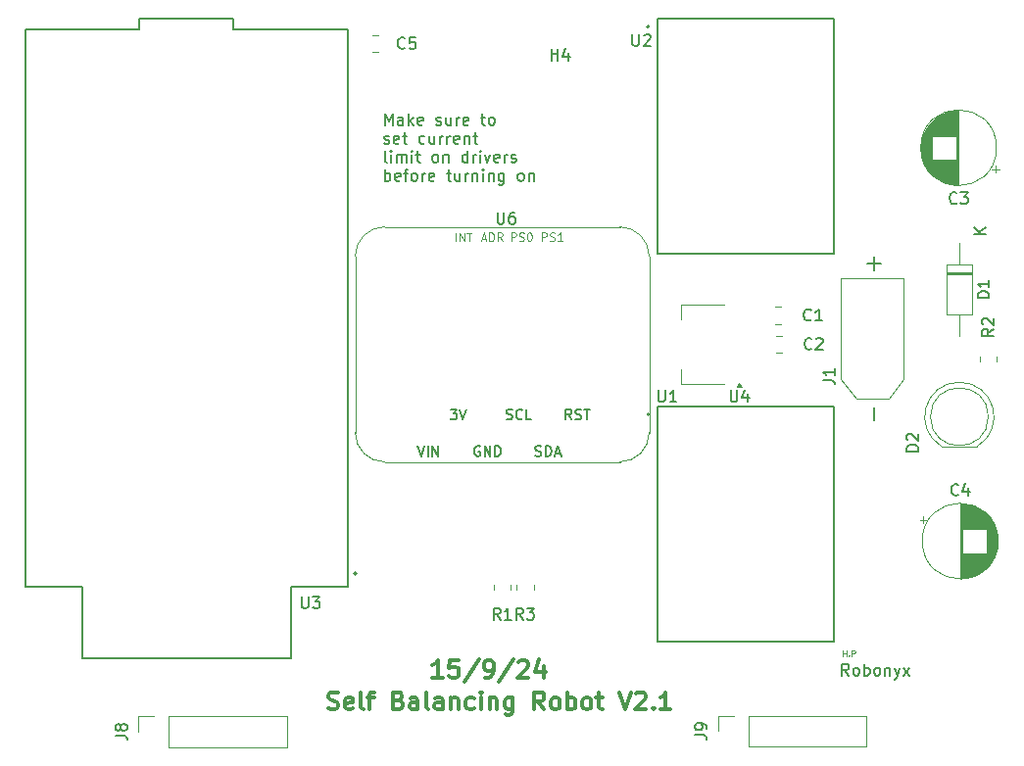
<source format=gbr>
%TF.GenerationSoftware,KiCad,Pcbnew,8.0.4*%
%TF.CreationDate,2024-09-15T13:23:28+10:00*%
%TF.ProjectId,SBR2.1,53425232-2e31-42e6-9b69-6361645f7063,rev?*%
%TF.SameCoordinates,Original*%
%TF.FileFunction,Legend,Top*%
%TF.FilePolarity,Positive*%
%FSLAX46Y46*%
G04 Gerber Fmt 4.6, Leading zero omitted, Abs format (unit mm)*
G04 Created by KiCad (PCBNEW 8.0.4) date 2024-09-15 13:23:28*
%MOMM*%
%LPD*%
G01*
G04 APERTURE LIST*
%ADD10C,0.200000*%
%ADD11C,0.300000*%
%ADD12C,0.100000*%
%ADD13C,0.150000*%
%ADD14C,0.097536*%
%ADD15C,0.142240*%
%ADD16C,0.120000*%
%ADD17C,0.127000*%
%ADD18C,0.050000*%
G04 APERTURE END LIST*
D10*
X156941101Y-95117219D02*
X156607768Y-94641028D01*
X156369673Y-95117219D02*
X156369673Y-94117219D01*
X156369673Y-94117219D02*
X156750625Y-94117219D01*
X156750625Y-94117219D02*
X156845863Y-94164838D01*
X156845863Y-94164838D02*
X156893482Y-94212457D01*
X156893482Y-94212457D02*
X156941101Y-94307695D01*
X156941101Y-94307695D02*
X156941101Y-94450552D01*
X156941101Y-94450552D02*
X156893482Y-94545790D01*
X156893482Y-94545790D02*
X156845863Y-94593409D01*
X156845863Y-94593409D02*
X156750625Y-94641028D01*
X156750625Y-94641028D02*
X156369673Y-94641028D01*
X157512530Y-95117219D02*
X157417292Y-95069600D01*
X157417292Y-95069600D02*
X157369673Y-95021980D01*
X157369673Y-95021980D02*
X157322054Y-94926742D01*
X157322054Y-94926742D02*
X157322054Y-94641028D01*
X157322054Y-94641028D02*
X157369673Y-94545790D01*
X157369673Y-94545790D02*
X157417292Y-94498171D01*
X157417292Y-94498171D02*
X157512530Y-94450552D01*
X157512530Y-94450552D02*
X157655387Y-94450552D01*
X157655387Y-94450552D02*
X157750625Y-94498171D01*
X157750625Y-94498171D02*
X157798244Y-94545790D01*
X157798244Y-94545790D02*
X157845863Y-94641028D01*
X157845863Y-94641028D02*
X157845863Y-94926742D01*
X157845863Y-94926742D02*
X157798244Y-95021980D01*
X157798244Y-95021980D02*
X157750625Y-95069600D01*
X157750625Y-95069600D02*
X157655387Y-95117219D01*
X157655387Y-95117219D02*
X157512530Y-95117219D01*
X158274435Y-95117219D02*
X158274435Y-94117219D01*
X158274435Y-94498171D02*
X158369673Y-94450552D01*
X158369673Y-94450552D02*
X158560149Y-94450552D01*
X158560149Y-94450552D02*
X158655387Y-94498171D01*
X158655387Y-94498171D02*
X158703006Y-94545790D01*
X158703006Y-94545790D02*
X158750625Y-94641028D01*
X158750625Y-94641028D02*
X158750625Y-94926742D01*
X158750625Y-94926742D02*
X158703006Y-95021980D01*
X158703006Y-95021980D02*
X158655387Y-95069600D01*
X158655387Y-95069600D02*
X158560149Y-95117219D01*
X158560149Y-95117219D02*
X158369673Y-95117219D01*
X158369673Y-95117219D02*
X158274435Y-95069600D01*
X159322054Y-95117219D02*
X159226816Y-95069600D01*
X159226816Y-95069600D02*
X159179197Y-95021980D01*
X159179197Y-95021980D02*
X159131578Y-94926742D01*
X159131578Y-94926742D02*
X159131578Y-94641028D01*
X159131578Y-94641028D02*
X159179197Y-94545790D01*
X159179197Y-94545790D02*
X159226816Y-94498171D01*
X159226816Y-94498171D02*
X159322054Y-94450552D01*
X159322054Y-94450552D02*
X159464911Y-94450552D01*
X159464911Y-94450552D02*
X159560149Y-94498171D01*
X159560149Y-94498171D02*
X159607768Y-94545790D01*
X159607768Y-94545790D02*
X159655387Y-94641028D01*
X159655387Y-94641028D02*
X159655387Y-94926742D01*
X159655387Y-94926742D02*
X159607768Y-95021980D01*
X159607768Y-95021980D02*
X159560149Y-95069600D01*
X159560149Y-95069600D02*
X159464911Y-95117219D01*
X159464911Y-95117219D02*
X159322054Y-95117219D01*
X160083959Y-94450552D02*
X160083959Y-95117219D01*
X160083959Y-94545790D02*
X160131578Y-94498171D01*
X160131578Y-94498171D02*
X160226816Y-94450552D01*
X160226816Y-94450552D02*
X160369673Y-94450552D01*
X160369673Y-94450552D02*
X160464911Y-94498171D01*
X160464911Y-94498171D02*
X160512530Y-94593409D01*
X160512530Y-94593409D02*
X160512530Y-95117219D01*
X160893483Y-94450552D02*
X161131578Y-95117219D01*
X161369673Y-94450552D02*
X161131578Y-95117219D01*
X161131578Y-95117219D02*
X161036340Y-95355314D01*
X161036340Y-95355314D02*
X160988721Y-95402933D01*
X160988721Y-95402933D02*
X160893483Y-95450552D01*
X161655388Y-95117219D02*
X162179197Y-94450552D01*
X161655388Y-94450552D02*
X162179197Y-95117219D01*
X116869673Y-47537387D02*
X116869673Y-46537387D01*
X116869673Y-46537387D02*
X117203006Y-47251672D01*
X117203006Y-47251672D02*
X117536339Y-46537387D01*
X117536339Y-46537387D02*
X117536339Y-47537387D01*
X118441101Y-47537387D02*
X118441101Y-47013577D01*
X118441101Y-47013577D02*
X118393482Y-46918339D01*
X118393482Y-46918339D02*
X118298244Y-46870720D01*
X118298244Y-46870720D02*
X118107768Y-46870720D01*
X118107768Y-46870720D02*
X118012530Y-46918339D01*
X118441101Y-47489768D02*
X118345863Y-47537387D01*
X118345863Y-47537387D02*
X118107768Y-47537387D01*
X118107768Y-47537387D02*
X118012530Y-47489768D01*
X118012530Y-47489768D02*
X117964911Y-47394529D01*
X117964911Y-47394529D02*
X117964911Y-47299291D01*
X117964911Y-47299291D02*
X118012530Y-47204053D01*
X118012530Y-47204053D02*
X118107768Y-47156434D01*
X118107768Y-47156434D02*
X118345863Y-47156434D01*
X118345863Y-47156434D02*
X118441101Y-47108815D01*
X118917292Y-47537387D02*
X118917292Y-46537387D01*
X119012530Y-47156434D02*
X119298244Y-47537387D01*
X119298244Y-46870720D02*
X118917292Y-47251672D01*
X120107768Y-47489768D02*
X120012530Y-47537387D01*
X120012530Y-47537387D02*
X119822054Y-47537387D01*
X119822054Y-47537387D02*
X119726816Y-47489768D01*
X119726816Y-47489768D02*
X119679197Y-47394529D01*
X119679197Y-47394529D02*
X119679197Y-47013577D01*
X119679197Y-47013577D02*
X119726816Y-46918339D01*
X119726816Y-46918339D02*
X119822054Y-46870720D01*
X119822054Y-46870720D02*
X120012530Y-46870720D01*
X120012530Y-46870720D02*
X120107768Y-46918339D01*
X120107768Y-46918339D02*
X120155387Y-47013577D01*
X120155387Y-47013577D02*
X120155387Y-47108815D01*
X120155387Y-47108815D02*
X119679197Y-47204053D01*
X121298245Y-47489768D02*
X121393483Y-47537387D01*
X121393483Y-47537387D02*
X121583959Y-47537387D01*
X121583959Y-47537387D02*
X121679197Y-47489768D01*
X121679197Y-47489768D02*
X121726816Y-47394529D01*
X121726816Y-47394529D02*
X121726816Y-47346910D01*
X121726816Y-47346910D02*
X121679197Y-47251672D01*
X121679197Y-47251672D02*
X121583959Y-47204053D01*
X121583959Y-47204053D02*
X121441102Y-47204053D01*
X121441102Y-47204053D02*
X121345864Y-47156434D01*
X121345864Y-47156434D02*
X121298245Y-47061196D01*
X121298245Y-47061196D02*
X121298245Y-47013577D01*
X121298245Y-47013577D02*
X121345864Y-46918339D01*
X121345864Y-46918339D02*
X121441102Y-46870720D01*
X121441102Y-46870720D02*
X121583959Y-46870720D01*
X121583959Y-46870720D02*
X121679197Y-46918339D01*
X122583959Y-46870720D02*
X122583959Y-47537387D01*
X122155388Y-46870720D02*
X122155388Y-47394529D01*
X122155388Y-47394529D02*
X122203007Y-47489768D01*
X122203007Y-47489768D02*
X122298245Y-47537387D01*
X122298245Y-47537387D02*
X122441102Y-47537387D01*
X122441102Y-47537387D02*
X122536340Y-47489768D01*
X122536340Y-47489768D02*
X122583959Y-47442148D01*
X123060150Y-47537387D02*
X123060150Y-46870720D01*
X123060150Y-47061196D02*
X123107769Y-46965958D01*
X123107769Y-46965958D02*
X123155388Y-46918339D01*
X123155388Y-46918339D02*
X123250626Y-46870720D01*
X123250626Y-46870720D02*
X123345864Y-46870720D01*
X124060150Y-47489768D02*
X123964912Y-47537387D01*
X123964912Y-47537387D02*
X123774436Y-47537387D01*
X123774436Y-47537387D02*
X123679198Y-47489768D01*
X123679198Y-47489768D02*
X123631579Y-47394529D01*
X123631579Y-47394529D02*
X123631579Y-47013577D01*
X123631579Y-47013577D02*
X123679198Y-46918339D01*
X123679198Y-46918339D02*
X123774436Y-46870720D01*
X123774436Y-46870720D02*
X123964912Y-46870720D01*
X123964912Y-46870720D02*
X124060150Y-46918339D01*
X124060150Y-46918339D02*
X124107769Y-47013577D01*
X124107769Y-47013577D02*
X124107769Y-47108815D01*
X124107769Y-47108815D02*
X123631579Y-47204053D01*
X125155389Y-46870720D02*
X125536341Y-46870720D01*
X125298246Y-46537387D02*
X125298246Y-47394529D01*
X125298246Y-47394529D02*
X125345865Y-47489768D01*
X125345865Y-47489768D02*
X125441103Y-47537387D01*
X125441103Y-47537387D02*
X125536341Y-47537387D01*
X126012532Y-47537387D02*
X125917294Y-47489768D01*
X125917294Y-47489768D02*
X125869675Y-47442148D01*
X125869675Y-47442148D02*
X125822056Y-47346910D01*
X125822056Y-47346910D02*
X125822056Y-47061196D01*
X125822056Y-47061196D02*
X125869675Y-46965958D01*
X125869675Y-46965958D02*
X125917294Y-46918339D01*
X125917294Y-46918339D02*
X126012532Y-46870720D01*
X126012532Y-46870720D02*
X126155389Y-46870720D01*
X126155389Y-46870720D02*
X126250627Y-46918339D01*
X126250627Y-46918339D02*
X126298246Y-46965958D01*
X126298246Y-46965958D02*
X126345865Y-47061196D01*
X126345865Y-47061196D02*
X126345865Y-47346910D01*
X126345865Y-47346910D02*
X126298246Y-47442148D01*
X126298246Y-47442148D02*
X126250627Y-47489768D01*
X126250627Y-47489768D02*
X126155389Y-47537387D01*
X126155389Y-47537387D02*
X126012532Y-47537387D01*
X116822054Y-49099712D02*
X116917292Y-49147331D01*
X116917292Y-49147331D02*
X117107768Y-49147331D01*
X117107768Y-49147331D02*
X117203006Y-49099712D01*
X117203006Y-49099712D02*
X117250625Y-49004473D01*
X117250625Y-49004473D02*
X117250625Y-48956854D01*
X117250625Y-48956854D02*
X117203006Y-48861616D01*
X117203006Y-48861616D02*
X117107768Y-48813997D01*
X117107768Y-48813997D02*
X116964911Y-48813997D01*
X116964911Y-48813997D02*
X116869673Y-48766378D01*
X116869673Y-48766378D02*
X116822054Y-48671140D01*
X116822054Y-48671140D02*
X116822054Y-48623521D01*
X116822054Y-48623521D02*
X116869673Y-48528283D01*
X116869673Y-48528283D02*
X116964911Y-48480664D01*
X116964911Y-48480664D02*
X117107768Y-48480664D01*
X117107768Y-48480664D02*
X117203006Y-48528283D01*
X118060149Y-49099712D02*
X117964911Y-49147331D01*
X117964911Y-49147331D02*
X117774435Y-49147331D01*
X117774435Y-49147331D02*
X117679197Y-49099712D01*
X117679197Y-49099712D02*
X117631578Y-49004473D01*
X117631578Y-49004473D02*
X117631578Y-48623521D01*
X117631578Y-48623521D02*
X117679197Y-48528283D01*
X117679197Y-48528283D02*
X117774435Y-48480664D01*
X117774435Y-48480664D02*
X117964911Y-48480664D01*
X117964911Y-48480664D02*
X118060149Y-48528283D01*
X118060149Y-48528283D02*
X118107768Y-48623521D01*
X118107768Y-48623521D02*
X118107768Y-48718759D01*
X118107768Y-48718759D02*
X117631578Y-48813997D01*
X118393483Y-48480664D02*
X118774435Y-48480664D01*
X118536340Y-48147331D02*
X118536340Y-49004473D01*
X118536340Y-49004473D02*
X118583959Y-49099712D01*
X118583959Y-49099712D02*
X118679197Y-49147331D01*
X118679197Y-49147331D02*
X118774435Y-49147331D01*
X120298245Y-49099712D02*
X120203007Y-49147331D01*
X120203007Y-49147331D02*
X120012531Y-49147331D01*
X120012531Y-49147331D02*
X119917293Y-49099712D01*
X119917293Y-49099712D02*
X119869674Y-49052092D01*
X119869674Y-49052092D02*
X119822055Y-48956854D01*
X119822055Y-48956854D02*
X119822055Y-48671140D01*
X119822055Y-48671140D02*
X119869674Y-48575902D01*
X119869674Y-48575902D02*
X119917293Y-48528283D01*
X119917293Y-48528283D02*
X120012531Y-48480664D01*
X120012531Y-48480664D02*
X120203007Y-48480664D01*
X120203007Y-48480664D02*
X120298245Y-48528283D01*
X121155388Y-48480664D02*
X121155388Y-49147331D01*
X120726817Y-48480664D02*
X120726817Y-49004473D01*
X120726817Y-49004473D02*
X120774436Y-49099712D01*
X120774436Y-49099712D02*
X120869674Y-49147331D01*
X120869674Y-49147331D02*
X121012531Y-49147331D01*
X121012531Y-49147331D02*
X121107769Y-49099712D01*
X121107769Y-49099712D02*
X121155388Y-49052092D01*
X121631579Y-49147331D02*
X121631579Y-48480664D01*
X121631579Y-48671140D02*
X121679198Y-48575902D01*
X121679198Y-48575902D02*
X121726817Y-48528283D01*
X121726817Y-48528283D02*
X121822055Y-48480664D01*
X121822055Y-48480664D02*
X121917293Y-48480664D01*
X122250627Y-49147331D02*
X122250627Y-48480664D01*
X122250627Y-48671140D02*
X122298246Y-48575902D01*
X122298246Y-48575902D02*
X122345865Y-48528283D01*
X122345865Y-48528283D02*
X122441103Y-48480664D01*
X122441103Y-48480664D02*
X122536341Y-48480664D01*
X123250627Y-49099712D02*
X123155389Y-49147331D01*
X123155389Y-49147331D02*
X122964913Y-49147331D01*
X122964913Y-49147331D02*
X122869675Y-49099712D01*
X122869675Y-49099712D02*
X122822056Y-49004473D01*
X122822056Y-49004473D02*
X122822056Y-48623521D01*
X122822056Y-48623521D02*
X122869675Y-48528283D01*
X122869675Y-48528283D02*
X122964913Y-48480664D01*
X122964913Y-48480664D02*
X123155389Y-48480664D01*
X123155389Y-48480664D02*
X123250627Y-48528283D01*
X123250627Y-48528283D02*
X123298246Y-48623521D01*
X123298246Y-48623521D02*
X123298246Y-48718759D01*
X123298246Y-48718759D02*
X122822056Y-48813997D01*
X123726818Y-48480664D02*
X123726818Y-49147331D01*
X123726818Y-48575902D02*
X123774437Y-48528283D01*
X123774437Y-48528283D02*
X123869675Y-48480664D01*
X123869675Y-48480664D02*
X124012532Y-48480664D01*
X124012532Y-48480664D02*
X124107770Y-48528283D01*
X124107770Y-48528283D02*
X124155389Y-48623521D01*
X124155389Y-48623521D02*
X124155389Y-49147331D01*
X124488723Y-48480664D02*
X124869675Y-48480664D01*
X124631580Y-48147331D02*
X124631580Y-49004473D01*
X124631580Y-49004473D02*
X124679199Y-49099712D01*
X124679199Y-49099712D02*
X124774437Y-49147331D01*
X124774437Y-49147331D02*
X124869675Y-49147331D01*
X117012530Y-50757275D02*
X116917292Y-50709656D01*
X116917292Y-50709656D02*
X116869673Y-50614417D01*
X116869673Y-50614417D02*
X116869673Y-49757275D01*
X117393483Y-50757275D02*
X117393483Y-50090608D01*
X117393483Y-49757275D02*
X117345864Y-49804894D01*
X117345864Y-49804894D02*
X117393483Y-49852513D01*
X117393483Y-49852513D02*
X117441102Y-49804894D01*
X117441102Y-49804894D02*
X117393483Y-49757275D01*
X117393483Y-49757275D02*
X117393483Y-49852513D01*
X117869673Y-50757275D02*
X117869673Y-50090608D01*
X117869673Y-50185846D02*
X117917292Y-50138227D01*
X117917292Y-50138227D02*
X118012530Y-50090608D01*
X118012530Y-50090608D02*
X118155387Y-50090608D01*
X118155387Y-50090608D02*
X118250625Y-50138227D01*
X118250625Y-50138227D02*
X118298244Y-50233465D01*
X118298244Y-50233465D02*
X118298244Y-50757275D01*
X118298244Y-50233465D02*
X118345863Y-50138227D01*
X118345863Y-50138227D02*
X118441101Y-50090608D01*
X118441101Y-50090608D02*
X118583958Y-50090608D01*
X118583958Y-50090608D02*
X118679197Y-50138227D01*
X118679197Y-50138227D02*
X118726816Y-50233465D01*
X118726816Y-50233465D02*
X118726816Y-50757275D01*
X119203006Y-50757275D02*
X119203006Y-50090608D01*
X119203006Y-49757275D02*
X119155387Y-49804894D01*
X119155387Y-49804894D02*
X119203006Y-49852513D01*
X119203006Y-49852513D02*
X119250625Y-49804894D01*
X119250625Y-49804894D02*
X119203006Y-49757275D01*
X119203006Y-49757275D02*
X119203006Y-49852513D01*
X119536339Y-50090608D02*
X119917291Y-50090608D01*
X119679196Y-49757275D02*
X119679196Y-50614417D01*
X119679196Y-50614417D02*
X119726815Y-50709656D01*
X119726815Y-50709656D02*
X119822053Y-50757275D01*
X119822053Y-50757275D02*
X119917291Y-50757275D01*
X121155387Y-50757275D02*
X121060149Y-50709656D01*
X121060149Y-50709656D02*
X121012530Y-50662036D01*
X121012530Y-50662036D02*
X120964911Y-50566798D01*
X120964911Y-50566798D02*
X120964911Y-50281084D01*
X120964911Y-50281084D02*
X121012530Y-50185846D01*
X121012530Y-50185846D02*
X121060149Y-50138227D01*
X121060149Y-50138227D02*
X121155387Y-50090608D01*
X121155387Y-50090608D02*
X121298244Y-50090608D01*
X121298244Y-50090608D02*
X121393482Y-50138227D01*
X121393482Y-50138227D02*
X121441101Y-50185846D01*
X121441101Y-50185846D02*
X121488720Y-50281084D01*
X121488720Y-50281084D02*
X121488720Y-50566798D01*
X121488720Y-50566798D02*
X121441101Y-50662036D01*
X121441101Y-50662036D02*
X121393482Y-50709656D01*
X121393482Y-50709656D02*
X121298244Y-50757275D01*
X121298244Y-50757275D02*
X121155387Y-50757275D01*
X121917292Y-50090608D02*
X121917292Y-50757275D01*
X121917292Y-50185846D02*
X121964911Y-50138227D01*
X121964911Y-50138227D02*
X122060149Y-50090608D01*
X122060149Y-50090608D02*
X122203006Y-50090608D01*
X122203006Y-50090608D02*
X122298244Y-50138227D01*
X122298244Y-50138227D02*
X122345863Y-50233465D01*
X122345863Y-50233465D02*
X122345863Y-50757275D01*
X124012530Y-50757275D02*
X124012530Y-49757275D01*
X124012530Y-50709656D02*
X123917292Y-50757275D01*
X123917292Y-50757275D02*
X123726816Y-50757275D01*
X123726816Y-50757275D02*
X123631578Y-50709656D01*
X123631578Y-50709656D02*
X123583959Y-50662036D01*
X123583959Y-50662036D02*
X123536340Y-50566798D01*
X123536340Y-50566798D02*
X123536340Y-50281084D01*
X123536340Y-50281084D02*
X123583959Y-50185846D01*
X123583959Y-50185846D02*
X123631578Y-50138227D01*
X123631578Y-50138227D02*
X123726816Y-50090608D01*
X123726816Y-50090608D02*
X123917292Y-50090608D01*
X123917292Y-50090608D02*
X124012530Y-50138227D01*
X124488721Y-50757275D02*
X124488721Y-50090608D01*
X124488721Y-50281084D02*
X124536340Y-50185846D01*
X124536340Y-50185846D02*
X124583959Y-50138227D01*
X124583959Y-50138227D02*
X124679197Y-50090608D01*
X124679197Y-50090608D02*
X124774435Y-50090608D01*
X125107769Y-50757275D02*
X125107769Y-50090608D01*
X125107769Y-49757275D02*
X125060150Y-49804894D01*
X125060150Y-49804894D02*
X125107769Y-49852513D01*
X125107769Y-49852513D02*
X125155388Y-49804894D01*
X125155388Y-49804894D02*
X125107769Y-49757275D01*
X125107769Y-49757275D02*
X125107769Y-49852513D01*
X125488721Y-50090608D02*
X125726816Y-50757275D01*
X125726816Y-50757275D02*
X125964911Y-50090608D01*
X126726816Y-50709656D02*
X126631578Y-50757275D01*
X126631578Y-50757275D02*
X126441102Y-50757275D01*
X126441102Y-50757275D02*
X126345864Y-50709656D01*
X126345864Y-50709656D02*
X126298245Y-50614417D01*
X126298245Y-50614417D02*
X126298245Y-50233465D01*
X126298245Y-50233465D02*
X126345864Y-50138227D01*
X126345864Y-50138227D02*
X126441102Y-50090608D01*
X126441102Y-50090608D02*
X126631578Y-50090608D01*
X126631578Y-50090608D02*
X126726816Y-50138227D01*
X126726816Y-50138227D02*
X126774435Y-50233465D01*
X126774435Y-50233465D02*
X126774435Y-50328703D01*
X126774435Y-50328703D02*
X126298245Y-50423941D01*
X127203007Y-50757275D02*
X127203007Y-50090608D01*
X127203007Y-50281084D02*
X127250626Y-50185846D01*
X127250626Y-50185846D02*
X127298245Y-50138227D01*
X127298245Y-50138227D02*
X127393483Y-50090608D01*
X127393483Y-50090608D02*
X127488721Y-50090608D01*
X127774436Y-50709656D02*
X127869674Y-50757275D01*
X127869674Y-50757275D02*
X128060150Y-50757275D01*
X128060150Y-50757275D02*
X128155388Y-50709656D01*
X128155388Y-50709656D02*
X128203007Y-50614417D01*
X128203007Y-50614417D02*
X128203007Y-50566798D01*
X128203007Y-50566798D02*
X128155388Y-50471560D01*
X128155388Y-50471560D02*
X128060150Y-50423941D01*
X128060150Y-50423941D02*
X127917293Y-50423941D01*
X127917293Y-50423941D02*
X127822055Y-50376322D01*
X127822055Y-50376322D02*
X127774436Y-50281084D01*
X127774436Y-50281084D02*
X127774436Y-50233465D01*
X127774436Y-50233465D02*
X127822055Y-50138227D01*
X127822055Y-50138227D02*
X127917293Y-50090608D01*
X127917293Y-50090608D02*
X128060150Y-50090608D01*
X128060150Y-50090608D02*
X128155388Y-50138227D01*
X116869673Y-52367219D02*
X116869673Y-51367219D01*
X116869673Y-51748171D02*
X116964911Y-51700552D01*
X116964911Y-51700552D02*
X117155387Y-51700552D01*
X117155387Y-51700552D02*
X117250625Y-51748171D01*
X117250625Y-51748171D02*
X117298244Y-51795790D01*
X117298244Y-51795790D02*
X117345863Y-51891028D01*
X117345863Y-51891028D02*
X117345863Y-52176742D01*
X117345863Y-52176742D02*
X117298244Y-52271980D01*
X117298244Y-52271980D02*
X117250625Y-52319600D01*
X117250625Y-52319600D02*
X117155387Y-52367219D01*
X117155387Y-52367219D02*
X116964911Y-52367219D01*
X116964911Y-52367219D02*
X116869673Y-52319600D01*
X118155387Y-52319600D02*
X118060149Y-52367219D01*
X118060149Y-52367219D02*
X117869673Y-52367219D01*
X117869673Y-52367219D02*
X117774435Y-52319600D01*
X117774435Y-52319600D02*
X117726816Y-52224361D01*
X117726816Y-52224361D02*
X117726816Y-51843409D01*
X117726816Y-51843409D02*
X117774435Y-51748171D01*
X117774435Y-51748171D02*
X117869673Y-51700552D01*
X117869673Y-51700552D02*
X118060149Y-51700552D01*
X118060149Y-51700552D02*
X118155387Y-51748171D01*
X118155387Y-51748171D02*
X118203006Y-51843409D01*
X118203006Y-51843409D02*
X118203006Y-51938647D01*
X118203006Y-51938647D02*
X117726816Y-52033885D01*
X118488721Y-51700552D02*
X118869673Y-51700552D01*
X118631578Y-52367219D02*
X118631578Y-51510076D01*
X118631578Y-51510076D02*
X118679197Y-51414838D01*
X118679197Y-51414838D02*
X118774435Y-51367219D01*
X118774435Y-51367219D02*
X118869673Y-51367219D01*
X119345864Y-52367219D02*
X119250626Y-52319600D01*
X119250626Y-52319600D02*
X119203007Y-52271980D01*
X119203007Y-52271980D02*
X119155388Y-52176742D01*
X119155388Y-52176742D02*
X119155388Y-51891028D01*
X119155388Y-51891028D02*
X119203007Y-51795790D01*
X119203007Y-51795790D02*
X119250626Y-51748171D01*
X119250626Y-51748171D02*
X119345864Y-51700552D01*
X119345864Y-51700552D02*
X119488721Y-51700552D01*
X119488721Y-51700552D02*
X119583959Y-51748171D01*
X119583959Y-51748171D02*
X119631578Y-51795790D01*
X119631578Y-51795790D02*
X119679197Y-51891028D01*
X119679197Y-51891028D02*
X119679197Y-52176742D01*
X119679197Y-52176742D02*
X119631578Y-52271980D01*
X119631578Y-52271980D02*
X119583959Y-52319600D01*
X119583959Y-52319600D02*
X119488721Y-52367219D01*
X119488721Y-52367219D02*
X119345864Y-52367219D01*
X120107769Y-52367219D02*
X120107769Y-51700552D01*
X120107769Y-51891028D02*
X120155388Y-51795790D01*
X120155388Y-51795790D02*
X120203007Y-51748171D01*
X120203007Y-51748171D02*
X120298245Y-51700552D01*
X120298245Y-51700552D02*
X120393483Y-51700552D01*
X121107769Y-52319600D02*
X121012531Y-52367219D01*
X121012531Y-52367219D02*
X120822055Y-52367219D01*
X120822055Y-52367219D02*
X120726817Y-52319600D01*
X120726817Y-52319600D02*
X120679198Y-52224361D01*
X120679198Y-52224361D02*
X120679198Y-51843409D01*
X120679198Y-51843409D02*
X120726817Y-51748171D01*
X120726817Y-51748171D02*
X120822055Y-51700552D01*
X120822055Y-51700552D02*
X121012531Y-51700552D01*
X121012531Y-51700552D02*
X121107769Y-51748171D01*
X121107769Y-51748171D02*
X121155388Y-51843409D01*
X121155388Y-51843409D02*
X121155388Y-51938647D01*
X121155388Y-51938647D02*
X120679198Y-52033885D01*
X122203008Y-51700552D02*
X122583960Y-51700552D01*
X122345865Y-51367219D02*
X122345865Y-52224361D01*
X122345865Y-52224361D02*
X122393484Y-52319600D01*
X122393484Y-52319600D02*
X122488722Y-52367219D01*
X122488722Y-52367219D02*
X122583960Y-52367219D01*
X123345865Y-51700552D02*
X123345865Y-52367219D01*
X122917294Y-51700552D02*
X122917294Y-52224361D01*
X122917294Y-52224361D02*
X122964913Y-52319600D01*
X122964913Y-52319600D02*
X123060151Y-52367219D01*
X123060151Y-52367219D02*
X123203008Y-52367219D01*
X123203008Y-52367219D02*
X123298246Y-52319600D01*
X123298246Y-52319600D02*
X123345865Y-52271980D01*
X123822056Y-52367219D02*
X123822056Y-51700552D01*
X123822056Y-51891028D02*
X123869675Y-51795790D01*
X123869675Y-51795790D02*
X123917294Y-51748171D01*
X123917294Y-51748171D02*
X124012532Y-51700552D01*
X124012532Y-51700552D02*
X124107770Y-51700552D01*
X124441104Y-51700552D02*
X124441104Y-52367219D01*
X124441104Y-51795790D02*
X124488723Y-51748171D01*
X124488723Y-51748171D02*
X124583961Y-51700552D01*
X124583961Y-51700552D02*
X124726818Y-51700552D01*
X124726818Y-51700552D02*
X124822056Y-51748171D01*
X124822056Y-51748171D02*
X124869675Y-51843409D01*
X124869675Y-51843409D02*
X124869675Y-52367219D01*
X125345866Y-52367219D02*
X125345866Y-51700552D01*
X125345866Y-51367219D02*
X125298247Y-51414838D01*
X125298247Y-51414838D02*
X125345866Y-51462457D01*
X125345866Y-51462457D02*
X125393485Y-51414838D01*
X125393485Y-51414838D02*
X125345866Y-51367219D01*
X125345866Y-51367219D02*
X125345866Y-51462457D01*
X125822056Y-51700552D02*
X125822056Y-52367219D01*
X125822056Y-51795790D02*
X125869675Y-51748171D01*
X125869675Y-51748171D02*
X125964913Y-51700552D01*
X125964913Y-51700552D02*
X126107770Y-51700552D01*
X126107770Y-51700552D02*
X126203008Y-51748171D01*
X126203008Y-51748171D02*
X126250627Y-51843409D01*
X126250627Y-51843409D02*
X126250627Y-52367219D01*
X127155389Y-51700552D02*
X127155389Y-52510076D01*
X127155389Y-52510076D02*
X127107770Y-52605314D01*
X127107770Y-52605314D02*
X127060151Y-52652933D01*
X127060151Y-52652933D02*
X126964913Y-52700552D01*
X126964913Y-52700552D02*
X126822056Y-52700552D01*
X126822056Y-52700552D02*
X126726818Y-52652933D01*
X127155389Y-52319600D02*
X127060151Y-52367219D01*
X127060151Y-52367219D02*
X126869675Y-52367219D01*
X126869675Y-52367219D02*
X126774437Y-52319600D01*
X126774437Y-52319600D02*
X126726818Y-52271980D01*
X126726818Y-52271980D02*
X126679199Y-52176742D01*
X126679199Y-52176742D02*
X126679199Y-51891028D01*
X126679199Y-51891028D02*
X126726818Y-51795790D01*
X126726818Y-51795790D02*
X126774437Y-51748171D01*
X126774437Y-51748171D02*
X126869675Y-51700552D01*
X126869675Y-51700552D02*
X127060151Y-51700552D01*
X127060151Y-51700552D02*
X127155389Y-51748171D01*
X128536342Y-52367219D02*
X128441104Y-52319600D01*
X128441104Y-52319600D02*
X128393485Y-52271980D01*
X128393485Y-52271980D02*
X128345866Y-52176742D01*
X128345866Y-52176742D02*
X128345866Y-51891028D01*
X128345866Y-51891028D02*
X128393485Y-51795790D01*
X128393485Y-51795790D02*
X128441104Y-51748171D01*
X128441104Y-51748171D02*
X128536342Y-51700552D01*
X128536342Y-51700552D02*
X128679199Y-51700552D01*
X128679199Y-51700552D02*
X128774437Y-51748171D01*
X128774437Y-51748171D02*
X128822056Y-51795790D01*
X128822056Y-51795790D02*
X128869675Y-51891028D01*
X128869675Y-51891028D02*
X128869675Y-52176742D01*
X128869675Y-52176742D02*
X128822056Y-52271980D01*
X128822056Y-52271980D02*
X128774437Y-52319600D01*
X128774437Y-52319600D02*
X128679199Y-52367219D01*
X128679199Y-52367219D02*
X128536342Y-52367219D01*
X129298247Y-51700552D02*
X129298247Y-52367219D01*
X129298247Y-51795790D02*
X129345866Y-51748171D01*
X129345866Y-51748171D02*
X129441104Y-51700552D01*
X129441104Y-51700552D02*
X129583961Y-51700552D01*
X129583961Y-51700552D02*
X129679199Y-51748171D01*
X129679199Y-51748171D02*
X129726818Y-51843409D01*
X129726818Y-51843409D02*
X129726818Y-52367219D01*
D11*
X111983082Y-97979400D02*
X112197368Y-98050828D01*
X112197368Y-98050828D02*
X112554510Y-98050828D01*
X112554510Y-98050828D02*
X112697368Y-97979400D01*
X112697368Y-97979400D02*
X112768796Y-97907971D01*
X112768796Y-97907971D02*
X112840225Y-97765114D01*
X112840225Y-97765114D02*
X112840225Y-97622257D01*
X112840225Y-97622257D02*
X112768796Y-97479400D01*
X112768796Y-97479400D02*
X112697368Y-97407971D01*
X112697368Y-97407971D02*
X112554510Y-97336542D01*
X112554510Y-97336542D02*
X112268796Y-97265114D01*
X112268796Y-97265114D02*
X112125939Y-97193685D01*
X112125939Y-97193685D02*
X112054510Y-97122257D01*
X112054510Y-97122257D02*
X111983082Y-96979400D01*
X111983082Y-96979400D02*
X111983082Y-96836542D01*
X111983082Y-96836542D02*
X112054510Y-96693685D01*
X112054510Y-96693685D02*
X112125939Y-96622257D01*
X112125939Y-96622257D02*
X112268796Y-96550828D01*
X112268796Y-96550828D02*
X112625939Y-96550828D01*
X112625939Y-96550828D02*
X112840225Y-96622257D01*
X114054510Y-97979400D02*
X113911653Y-98050828D01*
X113911653Y-98050828D02*
X113625939Y-98050828D01*
X113625939Y-98050828D02*
X113483081Y-97979400D01*
X113483081Y-97979400D02*
X113411653Y-97836542D01*
X113411653Y-97836542D02*
X113411653Y-97265114D01*
X113411653Y-97265114D02*
X113483081Y-97122257D01*
X113483081Y-97122257D02*
X113625939Y-97050828D01*
X113625939Y-97050828D02*
X113911653Y-97050828D01*
X113911653Y-97050828D02*
X114054510Y-97122257D01*
X114054510Y-97122257D02*
X114125939Y-97265114D01*
X114125939Y-97265114D02*
X114125939Y-97407971D01*
X114125939Y-97407971D02*
X113411653Y-97550828D01*
X114983081Y-98050828D02*
X114840224Y-97979400D01*
X114840224Y-97979400D02*
X114768795Y-97836542D01*
X114768795Y-97836542D02*
X114768795Y-96550828D01*
X115340224Y-97050828D02*
X115911652Y-97050828D01*
X115554509Y-98050828D02*
X115554509Y-96765114D01*
X115554509Y-96765114D02*
X115625938Y-96622257D01*
X115625938Y-96622257D02*
X115768795Y-96550828D01*
X115768795Y-96550828D02*
X115911652Y-96550828D01*
X118054509Y-97265114D02*
X118268795Y-97336542D01*
X118268795Y-97336542D02*
X118340224Y-97407971D01*
X118340224Y-97407971D02*
X118411652Y-97550828D01*
X118411652Y-97550828D02*
X118411652Y-97765114D01*
X118411652Y-97765114D02*
X118340224Y-97907971D01*
X118340224Y-97907971D02*
X118268795Y-97979400D01*
X118268795Y-97979400D02*
X118125938Y-98050828D01*
X118125938Y-98050828D02*
X117554509Y-98050828D01*
X117554509Y-98050828D02*
X117554509Y-96550828D01*
X117554509Y-96550828D02*
X118054509Y-96550828D01*
X118054509Y-96550828D02*
X118197367Y-96622257D01*
X118197367Y-96622257D02*
X118268795Y-96693685D01*
X118268795Y-96693685D02*
X118340224Y-96836542D01*
X118340224Y-96836542D02*
X118340224Y-96979400D01*
X118340224Y-96979400D02*
X118268795Y-97122257D01*
X118268795Y-97122257D02*
X118197367Y-97193685D01*
X118197367Y-97193685D02*
X118054509Y-97265114D01*
X118054509Y-97265114D02*
X117554509Y-97265114D01*
X119697367Y-98050828D02*
X119697367Y-97265114D01*
X119697367Y-97265114D02*
X119625938Y-97122257D01*
X119625938Y-97122257D02*
X119483081Y-97050828D01*
X119483081Y-97050828D02*
X119197367Y-97050828D01*
X119197367Y-97050828D02*
X119054509Y-97122257D01*
X119697367Y-97979400D02*
X119554509Y-98050828D01*
X119554509Y-98050828D02*
X119197367Y-98050828D01*
X119197367Y-98050828D02*
X119054509Y-97979400D01*
X119054509Y-97979400D02*
X118983081Y-97836542D01*
X118983081Y-97836542D02*
X118983081Y-97693685D01*
X118983081Y-97693685D02*
X119054509Y-97550828D01*
X119054509Y-97550828D02*
X119197367Y-97479400D01*
X119197367Y-97479400D02*
X119554509Y-97479400D01*
X119554509Y-97479400D02*
X119697367Y-97407971D01*
X120625938Y-98050828D02*
X120483081Y-97979400D01*
X120483081Y-97979400D02*
X120411652Y-97836542D01*
X120411652Y-97836542D02*
X120411652Y-96550828D01*
X121840224Y-98050828D02*
X121840224Y-97265114D01*
X121840224Y-97265114D02*
X121768795Y-97122257D01*
X121768795Y-97122257D02*
X121625938Y-97050828D01*
X121625938Y-97050828D02*
X121340224Y-97050828D01*
X121340224Y-97050828D02*
X121197366Y-97122257D01*
X121840224Y-97979400D02*
X121697366Y-98050828D01*
X121697366Y-98050828D02*
X121340224Y-98050828D01*
X121340224Y-98050828D02*
X121197366Y-97979400D01*
X121197366Y-97979400D02*
X121125938Y-97836542D01*
X121125938Y-97836542D02*
X121125938Y-97693685D01*
X121125938Y-97693685D02*
X121197366Y-97550828D01*
X121197366Y-97550828D02*
X121340224Y-97479400D01*
X121340224Y-97479400D02*
X121697366Y-97479400D01*
X121697366Y-97479400D02*
X121840224Y-97407971D01*
X122554509Y-97050828D02*
X122554509Y-98050828D01*
X122554509Y-97193685D02*
X122625938Y-97122257D01*
X122625938Y-97122257D02*
X122768795Y-97050828D01*
X122768795Y-97050828D02*
X122983081Y-97050828D01*
X122983081Y-97050828D02*
X123125938Y-97122257D01*
X123125938Y-97122257D02*
X123197367Y-97265114D01*
X123197367Y-97265114D02*
X123197367Y-98050828D01*
X124554510Y-97979400D02*
X124411652Y-98050828D01*
X124411652Y-98050828D02*
X124125938Y-98050828D01*
X124125938Y-98050828D02*
X123983081Y-97979400D01*
X123983081Y-97979400D02*
X123911652Y-97907971D01*
X123911652Y-97907971D02*
X123840224Y-97765114D01*
X123840224Y-97765114D02*
X123840224Y-97336542D01*
X123840224Y-97336542D02*
X123911652Y-97193685D01*
X123911652Y-97193685D02*
X123983081Y-97122257D01*
X123983081Y-97122257D02*
X124125938Y-97050828D01*
X124125938Y-97050828D02*
X124411652Y-97050828D01*
X124411652Y-97050828D02*
X124554510Y-97122257D01*
X125197366Y-98050828D02*
X125197366Y-97050828D01*
X125197366Y-96550828D02*
X125125938Y-96622257D01*
X125125938Y-96622257D02*
X125197366Y-96693685D01*
X125197366Y-96693685D02*
X125268795Y-96622257D01*
X125268795Y-96622257D02*
X125197366Y-96550828D01*
X125197366Y-96550828D02*
X125197366Y-96693685D01*
X125911652Y-97050828D02*
X125911652Y-98050828D01*
X125911652Y-97193685D02*
X125983081Y-97122257D01*
X125983081Y-97122257D02*
X126125938Y-97050828D01*
X126125938Y-97050828D02*
X126340224Y-97050828D01*
X126340224Y-97050828D02*
X126483081Y-97122257D01*
X126483081Y-97122257D02*
X126554510Y-97265114D01*
X126554510Y-97265114D02*
X126554510Y-98050828D01*
X127911653Y-97050828D02*
X127911653Y-98265114D01*
X127911653Y-98265114D02*
X127840224Y-98407971D01*
X127840224Y-98407971D02*
X127768795Y-98479400D01*
X127768795Y-98479400D02*
X127625938Y-98550828D01*
X127625938Y-98550828D02*
X127411653Y-98550828D01*
X127411653Y-98550828D02*
X127268795Y-98479400D01*
X127911653Y-97979400D02*
X127768795Y-98050828D01*
X127768795Y-98050828D02*
X127483081Y-98050828D01*
X127483081Y-98050828D02*
X127340224Y-97979400D01*
X127340224Y-97979400D02*
X127268795Y-97907971D01*
X127268795Y-97907971D02*
X127197367Y-97765114D01*
X127197367Y-97765114D02*
X127197367Y-97336542D01*
X127197367Y-97336542D02*
X127268795Y-97193685D01*
X127268795Y-97193685D02*
X127340224Y-97122257D01*
X127340224Y-97122257D02*
X127483081Y-97050828D01*
X127483081Y-97050828D02*
X127768795Y-97050828D01*
X127768795Y-97050828D02*
X127911653Y-97122257D01*
X130625938Y-98050828D02*
X130125938Y-97336542D01*
X129768795Y-98050828D02*
X129768795Y-96550828D01*
X129768795Y-96550828D02*
X130340224Y-96550828D01*
X130340224Y-96550828D02*
X130483081Y-96622257D01*
X130483081Y-96622257D02*
X130554510Y-96693685D01*
X130554510Y-96693685D02*
X130625938Y-96836542D01*
X130625938Y-96836542D02*
X130625938Y-97050828D01*
X130625938Y-97050828D02*
X130554510Y-97193685D01*
X130554510Y-97193685D02*
X130483081Y-97265114D01*
X130483081Y-97265114D02*
X130340224Y-97336542D01*
X130340224Y-97336542D02*
X129768795Y-97336542D01*
X131483081Y-98050828D02*
X131340224Y-97979400D01*
X131340224Y-97979400D02*
X131268795Y-97907971D01*
X131268795Y-97907971D02*
X131197367Y-97765114D01*
X131197367Y-97765114D02*
X131197367Y-97336542D01*
X131197367Y-97336542D02*
X131268795Y-97193685D01*
X131268795Y-97193685D02*
X131340224Y-97122257D01*
X131340224Y-97122257D02*
X131483081Y-97050828D01*
X131483081Y-97050828D02*
X131697367Y-97050828D01*
X131697367Y-97050828D02*
X131840224Y-97122257D01*
X131840224Y-97122257D02*
X131911653Y-97193685D01*
X131911653Y-97193685D02*
X131983081Y-97336542D01*
X131983081Y-97336542D02*
X131983081Y-97765114D01*
X131983081Y-97765114D02*
X131911653Y-97907971D01*
X131911653Y-97907971D02*
X131840224Y-97979400D01*
X131840224Y-97979400D02*
X131697367Y-98050828D01*
X131697367Y-98050828D02*
X131483081Y-98050828D01*
X132625938Y-98050828D02*
X132625938Y-96550828D01*
X132625938Y-97122257D02*
X132768796Y-97050828D01*
X132768796Y-97050828D02*
X133054510Y-97050828D01*
X133054510Y-97050828D02*
X133197367Y-97122257D01*
X133197367Y-97122257D02*
X133268796Y-97193685D01*
X133268796Y-97193685D02*
X133340224Y-97336542D01*
X133340224Y-97336542D02*
X133340224Y-97765114D01*
X133340224Y-97765114D02*
X133268796Y-97907971D01*
X133268796Y-97907971D02*
X133197367Y-97979400D01*
X133197367Y-97979400D02*
X133054510Y-98050828D01*
X133054510Y-98050828D02*
X132768796Y-98050828D01*
X132768796Y-98050828D02*
X132625938Y-97979400D01*
X134197367Y-98050828D02*
X134054510Y-97979400D01*
X134054510Y-97979400D02*
X133983081Y-97907971D01*
X133983081Y-97907971D02*
X133911653Y-97765114D01*
X133911653Y-97765114D02*
X133911653Y-97336542D01*
X133911653Y-97336542D02*
X133983081Y-97193685D01*
X133983081Y-97193685D02*
X134054510Y-97122257D01*
X134054510Y-97122257D02*
X134197367Y-97050828D01*
X134197367Y-97050828D02*
X134411653Y-97050828D01*
X134411653Y-97050828D02*
X134554510Y-97122257D01*
X134554510Y-97122257D02*
X134625939Y-97193685D01*
X134625939Y-97193685D02*
X134697367Y-97336542D01*
X134697367Y-97336542D02*
X134697367Y-97765114D01*
X134697367Y-97765114D02*
X134625939Y-97907971D01*
X134625939Y-97907971D02*
X134554510Y-97979400D01*
X134554510Y-97979400D02*
X134411653Y-98050828D01*
X134411653Y-98050828D02*
X134197367Y-98050828D01*
X135125939Y-97050828D02*
X135697367Y-97050828D01*
X135340224Y-96550828D02*
X135340224Y-97836542D01*
X135340224Y-97836542D02*
X135411653Y-97979400D01*
X135411653Y-97979400D02*
X135554510Y-98050828D01*
X135554510Y-98050828D02*
X135697367Y-98050828D01*
X137125939Y-96550828D02*
X137625939Y-98050828D01*
X137625939Y-98050828D02*
X138125939Y-96550828D01*
X138554510Y-96693685D02*
X138625938Y-96622257D01*
X138625938Y-96622257D02*
X138768796Y-96550828D01*
X138768796Y-96550828D02*
X139125938Y-96550828D01*
X139125938Y-96550828D02*
X139268796Y-96622257D01*
X139268796Y-96622257D02*
X139340224Y-96693685D01*
X139340224Y-96693685D02*
X139411653Y-96836542D01*
X139411653Y-96836542D02*
X139411653Y-96979400D01*
X139411653Y-96979400D02*
X139340224Y-97193685D01*
X139340224Y-97193685D02*
X138483081Y-98050828D01*
X138483081Y-98050828D02*
X139411653Y-98050828D01*
X140054509Y-97907971D02*
X140125938Y-97979400D01*
X140125938Y-97979400D02*
X140054509Y-98050828D01*
X140054509Y-98050828D02*
X139983081Y-97979400D01*
X139983081Y-97979400D02*
X140054509Y-97907971D01*
X140054509Y-97907971D02*
X140054509Y-98050828D01*
X141554510Y-98050828D02*
X140697367Y-98050828D01*
X141125938Y-98050828D02*
X141125938Y-96550828D01*
X141125938Y-96550828D02*
X140983081Y-96765114D01*
X140983081Y-96765114D02*
X140840224Y-96907971D01*
X140840224Y-96907971D02*
X140697367Y-96979400D01*
D12*
X156434836Y-93433609D02*
X156434836Y-92933609D01*
X156434836Y-93171704D02*
X156720550Y-93171704D01*
X156720550Y-93433609D02*
X156720550Y-92933609D01*
X156958646Y-93385990D02*
X156982456Y-93409800D01*
X156982456Y-93409800D02*
X156958646Y-93433609D01*
X156958646Y-93433609D02*
X156934837Y-93409800D01*
X156934837Y-93409800D02*
X156958646Y-93385990D01*
X156958646Y-93385990D02*
X156958646Y-93433609D01*
X157196741Y-93433609D02*
X157196741Y-92933609D01*
X157196741Y-92933609D02*
X157387217Y-92933609D01*
X157387217Y-92933609D02*
X157434836Y-92957419D01*
X157434836Y-92957419D02*
X157458646Y-92981228D01*
X157458646Y-92981228D02*
X157482455Y-93028847D01*
X157482455Y-93028847D02*
X157482455Y-93100276D01*
X157482455Y-93100276D02*
X157458646Y-93147895D01*
X157458646Y-93147895D02*
X157434836Y-93171704D01*
X157434836Y-93171704D02*
X157387217Y-93195514D01*
X157387217Y-93195514D02*
X157196741Y-93195514D01*
D11*
X121840225Y-95300828D02*
X120983082Y-95300828D01*
X121411653Y-95300828D02*
X121411653Y-93800828D01*
X121411653Y-93800828D02*
X121268796Y-94015114D01*
X121268796Y-94015114D02*
X121125939Y-94157971D01*
X121125939Y-94157971D02*
X120983082Y-94229400D01*
X123197367Y-93800828D02*
X122483081Y-93800828D01*
X122483081Y-93800828D02*
X122411653Y-94515114D01*
X122411653Y-94515114D02*
X122483081Y-94443685D01*
X122483081Y-94443685D02*
X122625939Y-94372257D01*
X122625939Y-94372257D02*
X122983081Y-94372257D01*
X122983081Y-94372257D02*
X123125939Y-94443685D01*
X123125939Y-94443685D02*
X123197367Y-94515114D01*
X123197367Y-94515114D02*
X123268796Y-94657971D01*
X123268796Y-94657971D02*
X123268796Y-95015114D01*
X123268796Y-95015114D02*
X123197367Y-95157971D01*
X123197367Y-95157971D02*
X123125939Y-95229400D01*
X123125939Y-95229400D02*
X122983081Y-95300828D01*
X122983081Y-95300828D02*
X122625939Y-95300828D01*
X122625939Y-95300828D02*
X122483081Y-95229400D01*
X122483081Y-95229400D02*
X122411653Y-95157971D01*
X124983081Y-93729400D02*
X123697367Y-95657971D01*
X125554510Y-95300828D02*
X125840224Y-95300828D01*
X125840224Y-95300828D02*
X125983081Y-95229400D01*
X125983081Y-95229400D02*
X126054510Y-95157971D01*
X126054510Y-95157971D02*
X126197367Y-94943685D01*
X126197367Y-94943685D02*
X126268796Y-94657971D01*
X126268796Y-94657971D02*
X126268796Y-94086542D01*
X126268796Y-94086542D02*
X126197367Y-93943685D01*
X126197367Y-93943685D02*
X126125939Y-93872257D01*
X126125939Y-93872257D02*
X125983081Y-93800828D01*
X125983081Y-93800828D02*
X125697367Y-93800828D01*
X125697367Y-93800828D02*
X125554510Y-93872257D01*
X125554510Y-93872257D02*
X125483081Y-93943685D01*
X125483081Y-93943685D02*
X125411653Y-94086542D01*
X125411653Y-94086542D02*
X125411653Y-94443685D01*
X125411653Y-94443685D02*
X125483081Y-94586542D01*
X125483081Y-94586542D02*
X125554510Y-94657971D01*
X125554510Y-94657971D02*
X125697367Y-94729400D01*
X125697367Y-94729400D02*
X125983081Y-94729400D01*
X125983081Y-94729400D02*
X126125939Y-94657971D01*
X126125939Y-94657971D02*
X126197367Y-94586542D01*
X126197367Y-94586542D02*
X126268796Y-94443685D01*
X127983081Y-93729400D02*
X126697367Y-95657971D01*
X128411653Y-93943685D02*
X128483081Y-93872257D01*
X128483081Y-93872257D02*
X128625939Y-93800828D01*
X128625939Y-93800828D02*
X128983081Y-93800828D01*
X128983081Y-93800828D02*
X129125939Y-93872257D01*
X129125939Y-93872257D02*
X129197367Y-93943685D01*
X129197367Y-93943685D02*
X129268796Y-94086542D01*
X129268796Y-94086542D02*
X129268796Y-94229400D01*
X129268796Y-94229400D02*
X129197367Y-94443685D01*
X129197367Y-94443685D02*
X128340224Y-95300828D01*
X128340224Y-95300828D02*
X129268796Y-95300828D01*
X130554510Y-94300828D02*
X130554510Y-95300828D01*
X130197367Y-93729400D02*
X129840224Y-94800828D01*
X129840224Y-94800828D02*
X130768795Y-94800828D01*
D13*
X166400954Y-79459580D02*
X166353335Y-79507200D01*
X166353335Y-79507200D02*
X166210478Y-79554819D01*
X166210478Y-79554819D02*
X166115240Y-79554819D01*
X166115240Y-79554819D02*
X165972383Y-79507200D01*
X165972383Y-79507200D02*
X165877145Y-79411961D01*
X165877145Y-79411961D02*
X165829526Y-79316723D01*
X165829526Y-79316723D02*
X165781907Y-79126247D01*
X165781907Y-79126247D02*
X165781907Y-78983390D01*
X165781907Y-78983390D02*
X165829526Y-78792914D01*
X165829526Y-78792914D02*
X165877145Y-78697676D01*
X165877145Y-78697676D02*
X165972383Y-78602438D01*
X165972383Y-78602438D02*
X166115240Y-78554819D01*
X166115240Y-78554819D02*
X166210478Y-78554819D01*
X166210478Y-78554819D02*
X166353335Y-78602438D01*
X166353335Y-78602438D02*
X166400954Y-78650057D01*
X167258097Y-78888152D02*
X167258097Y-79554819D01*
X167020002Y-78507200D02*
X166781907Y-79221485D01*
X166781907Y-79221485D02*
X167400954Y-79221485D01*
X169454819Y-65166666D02*
X168978628Y-65499999D01*
X169454819Y-65738094D02*
X168454819Y-65738094D01*
X168454819Y-65738094D02*
X168454819Y-65357142D01*
X168454819Y-65357142D02*
X168502438Y-65261904D01*
X168502438Y-65261904D02*
X168550057Y-65214285D01*
X168550057Y-65214285D02*
X168645295Y-65166666D01*
X168645295Y-65166666D02*
X168788152Y-65166666D01*
X168788152Y-65166666D02*
X168883390Y-65214285D01*
X168883390Y-65214285D02*
X168931009Y-65261904D01*
X168931009Y-65261904D02*
X168978628Y-65357142D01*
X168978628Y-65357142D02*
X168978628Y-65738094D01*
X168550057Y-64785713D02*
X168502438Y-64738094D01*
X168502438Y-64738094D02*
X168454819Y-64642856D01*
X168454819Y-64642856D02*
X168454819Y-64404761D01*
X168454819Y-64404761D02*
X168502438Y-64309523D01*
X168502438Y-64309523D02*
X168550057Y-64261904D01*
X168550057Y-64261904D02*
X168645295Y-64214285D01*
X168645295Y-64214285D02*
X168740533Y-64214285D01*
X168740533Y-64214285D02*
X168883390Y-64261904D01*
X168883390Y-64261904D02*
X169454819Y-64833332D01*
X169454819Y-64833332D02*
X169454819Y-64214285D01*
X153733333Y-66859580D02*
X153685714Y-66907200D01*
X153685714Y-66907200D02*
X153542857Y-66954819D01*
X153542857Y-66954819D02*
X153447619Y-66954819D01*
X153447619Y-66954819D02*
X153304762Y-66907200D01*
X153304762Y-66907200D02*
X153209524Y-66811961D01*
X153209524Y-66811961D02*
X153161905Y-66716723D01*
X153161905Y-66716723D02*
X153114286Y-66526247D01*
X153114286Y-66526247D02*
X153114286Y-66383390D01*
X153114286Y-66383390D02*
X153161905Y-66192914D01*
X153161905Y-66192914D02*
X153209524Y-66097676D01*
X153209524Y-66097676D02*
X153304762Y-66002438D01*
X153304762Y-66002438D02*
X153447619Y-65954819D01*
X153447619Y-65954819D02*
X153542857Y-65954819D01*
X153542857Y-65954819D02*
X153685714Y-66002438D01*
X153685714Y-66002438D02*
X153733333Y-66050057D01*
X154114286Y-66050057D02*
X154161905Y-66002438D01*
X154161905Y-66002438D02*
X154257143Y-65954819D01*
X154257143Y-65954819D02*
X154495238Y-65954819D01*
X154495238Y-65954819D02*
X154590476Y-66002438D01*
X154590476Y-66002438D02*
X154638095Y-66050057D01*
X154638095Y-66050057D02*
X154685714Y-66145295D01*
X154685714Y-66145295D02*
X154685714Y-66240533D01*
X154685714Y-66240533D02*
X154638095Y-66383390D01*
X154638095Y-66383390D02*
X154066667Y-66954819D01*
X154066667Y-66954819D02*
X154685714Y-66954819D01*
X138238095Y-39704819D02*
X138238095Y-40514342D01*
X138238095Y-40514342D02*
X138285714Y-40609580D01*
X138285714Y-40609580D02*
X138333333Y-40657200D01*
X138333333Y-40657200D02*
X138428571Y-40704819D01*
X138428571Y-40704819D02*
X138619047Y-40704819D01*
X138619047Y-40704819D02*
X138714285Y-40657200D01*
X138714285Y-40657200D02*
X138761904Y-40609580D01*
X138761904Y-40609580D02*
X138809523Y-40514342D01*
X138809523Y-40514342D02*
X138809523Y-39704819D01*
X139238095Y-39800057D02*
X139285714Y-39752438D01*
X139285714Y-39752438D02*
X139380952Y-39704819D01*
X139380952Y-39704819D02*
X139619047Y-39704819D01*
X139619047Y-39704819D02*
X139714285Y-39752438D01*
X139714285Y-39752438D02*
X139761904Y-39800057D01*
X139761904Y-39800057D02*
X139809523Y-39895295D01*
X139809523Y-39895295D02*
X139809523Y-39990533D01*
X139809523Y-39990533D02*
X139761904Y-40133390D01*
X139761904Y-40133390D02*
X139190476Y-40704819D01*
X139190476Y-40704819D02*
X139809523Y-40704819D01*
X146738095Y-70454819D02*
X146738095Y-71264342D01*
X146738095Y-71264342D02*
X146785714Y-71359580D01*
X146785714Y-71359580D02*
X146833333Y-71407200D01*
X146833333Y-71407200D02*
X146928571Y-71454819D01*
X146928571Y-71454819D02*
X147119047Y-71454819D01*
X147119047Y-71454819D02*
X147214285Y-71407200D01*
X147214285Y-71407200D02*
X147261904Y-71359580D01*
X147261904Y-71359580D02*
X147309523Y-71264342D01*
X147309523Y-71264342D02*
X147309523Y-70454819D01*
X148214285Y-70788152D02*
X148214285Y-71454819D01*
X147976190Y-70407200D02*
X147738095Y-71121485D01*
X147738095Y-71121485D02*
X148357142Y-71121485D01*
X162954819Y-75738094D02*
X161954819Y-75738094D01*
X161954819Y-75738094D02*
X161954819Y-75499999D01*
X161954819Y-75499999D02*
X162002438Y-75357142D01*
X162002438Y-75357142D02*
X162097676Y-75261904D01*
X162097676Y-75261904D02*
X162192914Y-75214285D01*
X162192914Y-75214285D02*
X162383390Y-75166666D01*
X162383390Y-75166666D02*
X162526247Y-75166666D01*
X162526247Y-75166666D02*
X162716723Y-75214285D01*
X162716723Y-75214285D02*
X162811961Y-75261904D01*
X162811961Y-75261904D02*
X162907200Y-75357142D01*
X162907200Y-75357142D02*
X162954819Y-75499999D01*
X162954819Y-75499999D02*
X162954819Y-75738094D01*
X162050057Y-74785713D02*
X162002438Y-74738094D01*
X162002438Y-74738094D02*
X161954819Y-74642856D01*
X161954819Y-74642856D02*
X161954819Y-74404761D01*
X161954819Y-74404761D02*
X162002438Y-74309523D01*
X162002438Y-74309523D02*
X162050057Y-74261904D01*
X162050057Y-74261904D02*
X162145295Y-74214285D01*
X162145295Y-74214285D02*
X162240533Y-74214285D01*
X162240533Y-74214285D02*
X162383390Y-74261904D01*
X162383390Y-74261904D02*
X162954819Y-74833332D01*
X162954819Y-74833332D02*
X162954819Y-74214285D01*
X143664819Y-100258333D02*
X144379104Y-100258333D01*
X144379104Y-100258333D02*
X144521961Y-100305952D01*
X144521961Y-100305952D02*
X144617200Y-100401190D01*
X144617200Y-100401190D02*
X144664819Y-100544047D01*
X144664819Y-100544047D02*
X144664819Y-100639285D01*
X144664819Y-99734523D02*
X144664819Y-99544047D01*
X144664819Y-99544047D02*
X144617200Y-99448809D01*
X144617200Y-99448809D02*
X144569580Y-99401190D01*
X144569580Y-99401190D02*
X144426723Y-99305952D01*
X144426723Y-99305952D02*
X144236247Y-99258333D01*
X144236247Y-99258333D02*
X143855295Y-99258333D01*
X143855295Y-99258333D02*
X143760057Y-99305952D01*
X143760057Y-99305952D02*
X143712438Y-99353571D01*
X143712438Y-99353571D02*
X143664819Y-99448809D01*
X143664819Y-99448809D02*
X143664819Y-99639285D01*
X143664819Y-99639285D02*
X143712438Y-99734523D01*
X143712438Y-99734523D02*
X143760057Y-99782142D01*
X143760057Y-99782142D02*
X143855295Y-99829761D01*
X143855295Y-99829761D02*
X144093390Y-99829761D01*
X144093390Y-99829761D02*
X144188628Y-99782142D01*
X144188628Y-99782142D02*
X144236247Y-99734523D01*
X144236247Y-99734523D02*
X144283866Y-99639285D01*
X144283866Y-99639285D02*
X144283866Y-99448809D01*
X144283866Y-99448809D02*
X144236247Y-99353571D01*
X144236247Y-99353571D02*
X144188628Y-99305952D01*
X144188628Y-99305952D02*
X144093390Y-99258333D01*
X126578095Y-55084819D02*
X126578095Y-55894342D01*
X126578095Y-55894342D02*
X126625714Y-55989580D01*
X126625714Y-55989580D02*
X126673333Y-56037200D01*
X126673333Y-56037200D02*
X126768571Y-56084819D01*
X126768571Y-56084819D02*
X126959047Y-56084819D01*
X126959047Y-56084819D02*
X127054285Y-56037200D01*
X127054285Y-56037200D02*
X127101904Y-55989580D01*
X127101904Y-55989580D02*
X127149523Y-55894342D01*
X127149523Y-55894342D02*
X127149523Y-55084819D01*
X128054285Y-55084819D02*
X127863809Y-55084819D01*
X127863809Y-55084819D02*
X127768571Y-55132438D01*
X127768571Y-55132438D02*
X127720952Y-55180057D01*
X127720952Y-55180057D02*
X127625714Y-55322914D01*
X127625714Y-55322914D02*
X127578095Y-55513390D01*
X127578095Y-55513390D02*
X127578095Y-55894342D01*
X127578095Y-55894342D02*
X127625714Y-55989580D01*
X127625714Y-55989580D02*
X127673333Y-56037200D01*
X127673333Y-56037200D02*
X127768571Y-56084819D01*
X127768571Y-56084819D02*
X127959047Y-56084819D01*
X127959047Y-56084819D02*
X128054285Y-56037200D01*
X128054285Y-56037200D02*
X128101904Y-55989580D01*
X128101904Y-55989580D02*
X128149523Y-55894342D01*
X128149523Y-55894342D02*
X128149523Y-55656247D01*
X128149523Y-55656247D02*
X128101904Y-55561009D01*
X128101904Y-55561009D02*
X128054285Y-55513390D01*
X128054285Y-55513390D02*
X127959047Y-55465771D01*
X127959047Y-55465771D02*
X127768571Y-55465771D01*
X127768571Y-55465771D02*
X127673333Y-55513390D01*
X127673333Y-55513390D02*
X127625714Y-55561009D01*
X127625714Y-55561009D02*
X127578095Y-55656247D01*
D14*
X125234435Y-57350462D02*
X125575037Y-57350462D01*
X125166315Y-57554823D02*
X125404736Y-56839559D01*
X125404736Y-56839559D02*
X125643158Y-57554823D01*
X125881578Y-57554823D02*
X125881578Y-56839559D01*
X125881578Y-56839559D02*
X126051879Y-56839559D01*
X126051879Y-56839559D02*
X126154060Y-56873619D01*
X126154060Y-56873619D02*
X126222180Y-56941739D01*
X126222180Y-56941739D02*
X126256241Y-57009860D01*
X126256241Y-57009860D02*
X126290301Y-57146100D01*
X126290301Y-57146100D02*
X126290301Y-57248281D01*
X126290301Y-57248281D02*
X126256241Y-57384522D01*
X126256241Y-57384522D02*
X126222180Y-57452642D01*
X126222180Y-57452642D02*
X126154060Y-57520763D01*
X126154060Y-57520763D02*
X126051879Y-57554823D01*
X126051879Y-57554823D02*
X125881578Y-57554823D01*
X127005565Y-57554823D02*
X126767143Y-57214221D01*
X126596842Y-57554823D02*
X126596842Y-56839559D01*
X126596842Y-56839559D02*
X126869324Y-56839559D01*
X126869324Y-56839559D02*
X126937444Y-56873619D01*
X126937444Y-56873619D02*
X126971505Y-56907679D01*
X126971505Y-56907679D02*
X127005565Y-56975799D01*
X127005565Y-56975799D02*
X127005565Y-57077980D01*
X127005565Y-57077980D02*
X126971505Y-57146100D01*
X126971505Y-57146100D02*
X126937444Y-57180161D01*
X126937444Y-57180161D02*
X126869324Y-57214221D01*
X126869324Y-57214221D02*
X126596842Y-57214221D01*
D15*
X119693025Y-75294061D02*
X119984278Y-76167821D01*
X119984278Y-76167821D02*
X120275531Y-75294061D01*
X120566785Y-76167821D02*
X120566785Y-75294061D01*
X120982861Y-76167821D02*
X120982861Y-75294061D01*
X120982861Y-75294061D02*
X121482152Y-76167821D01*
X121482152Y-76167821D02*
X121482152Y-75294061D01*
X132998512Y-72992821D02*
X132707259Y-72576745D01*
X132499221Y-72992821D02*
X132499221Y-72119061D01*
X132499221Y-72119061D02*
X132832082Y-72119061D01*
X132832082Y-72119061D02*
X132915297Y-72160669D01*
X132915297Y-72160669D02*
X132956904Y-72202276D01*
X132956904Y-72202276D02*
X132998512Y-72285492D01*
X132998512Y-72285492D02*
X132998512Y-72410314D01*
X132998512Y-72410314D02*
X132956904Y-72493530D01*
X132956904Y-72493530D02*
X132915297Y-72535137D01*
X132915297Y-72535137D02*
X132832082Y-72576745D01*
X132832082Y-72576745D02*
X132499221Y-72576745D01*
X133331373Y-72951214D02*
X133456196Y-72992821D01*
X133456196Y-72992821D02*
X133664234Y-72992821D01*
X133664234Y-72992821D02*
X133747449Y-72951214D01*
X133747449Y-72951214D02*
X133789057Y-72909606D01*
X133789057Y-72909606D02*
X133830664Y-72826391D01*
X133830664Y-72826391D02*
X133830664Y-72743175D01*
X133830664Y-72743175D02*
X133789057Y-72659960D01*
X133789057Y-72659960D02*
X133747449Y-72618353D01*
X133747449Y-72618353D02*
X133664234Y-72576745D01*
X133664234Y-72576745D02*
X133497803Y-72535137D01*
X133497803Y-72535137D02*
X133414588Y-72493530D01*
X133414588Y-72493530D02*
X133372981Y-72451922D01*
X133372981Y-72451922D02*
X133331373Y-72368707D01*
X133331373Y-72368707D02*
X133331373Y-72285492D01*
X133331373Y-72285492D02*
X133372981Y-72202276D01*
X133372981Y-72202276D02*
X133414588Y-72160669D01*
X133414588Y-72160669D02*
X133497803Y-72119061D01*
X133497803Y-72119061D02*
X133705842Y-72119061D01*
X133705842Y-72119061D02*
X133830664Y-72160669D01*
X134080310Y-72119061D02*
X134579601Y-72119061D01*
X134329955Y-72992821D02*
X134329955Y-72119061D01*
X125064277Y-75335669D02*
X124981062Y-75294061D01*
X124981062Y-75294061D02*
X124856239Y-75294061D01*
X124856239Y-75294061D02*
X124731416Y-75335669D01*
X124731416Y-75335669D02*
X124648201Y-75418884D01*
X124648201Y-75418884D02*
X124606594Y-75502099D01*
X124606594Y-75502099D02*
X124564986Y-75668530D01*
X124564986Y-75668530D02*
X124564986Y-75793353D01*
X124564986Y-75793353D02*
X124606594Y-75959783D01*
X124606594Y-75959783D02*
X124648201Y-76042998D01*
X124648201Y-76042998D02*
X124731416Y-76126214D01*
X124731416Y-76126214D02*
X124856239Y-76167821D01*
X124856239Y-76167821D02*
X124939455Y-76167821D01*
X124939455Y-76167821D02*
X125064277Y-76126214D01*
X125064277Y-76126214D02*
X125105885Y-76084606D01*
X125105885Y-76084606D02*
X125105885Y-75793353D01*
X125105885Y-75793353D02*
X124939455Y-75793353D01*
X125480354Y-76167821D02*
X125480354Y-75294061D01*
X125480354Y-75294061D02*
X125979645Y-76167821D01*
X125979645Y-76167821D02*
X125979645Y-75294061D01*
X126395722Y-76167821D02*
X126395722Y-75294061D01*
X126395722Y-75294061D02*
X126603760Y-75294061D01*
X126603760Y-75294061D02*
X126728583Y-75335669D01*
X126728583Y-75335669D02*
X126811798Y-75418884D01*
X126811798Y-75418884D02*
X126853405Y-75502099D01*
X126853405Y-75502099D02*
X126895013Y-75668530D01*
X126895013Y-75668530D02*
X126895013Y-75793353D01*
X126895013Y-75793353D02*
X126853405Y-75959783D01*
X126853405Y-75959783D02*
X126811798Y-76042998D01*
X126811798Y-76042998D02*
X126728583Y-76126214D01*
X126728583Y-76126214D02*
X126603760Y-76167821D01*
X126603760Y-76167821D02*
X126395722Y-76167821D01*
X129876006Y-76126214D02*
X130000829Y-76167821D01*
X130000829Y-76167821D02*
X130208867Y-76167821D01*
X130208867Y-76167821D02*
X130292082Y-76126214D01*
X130292082Y-76126214D02*
X130333690Y-76084606D01*
X130333690Y-76084606D02*
X130375297Y-76001391D01*
X130375297Y-76001391D02*
X130375297Y-75918175D01*
X130375297Y-75918175D02*
X130333690Y-75834960D01*
X130333690Y-75834960D02*
X130292082Y-75793353D01*
X130292082Y-75793353D02*
X130208867Y-75751745D01*
X130208867Y-75751745D02*
X130042436Y-75710137D01*
X130042436Y-75710137D02*
X129959221Y-75668530D01*
X129959221Y-75668530D02*
X129917614Y-75626922D01*
X129917614Y-75626922D02*
X129876006Y-75543707D01*
X129876006Y-75543707D02*
X129876006Y-75460492D01*
X129876006Y-75460492D02*
X129917614Y-75377276D01*
X129917614Y-75377276D02*
X129959221Y-75335669D01*
X129959221Y-75335669D02*
X130042436Y-75294061D01*
X130042436Y-75294061D02*
X130250475Y-75294061D01*
X130250475Y-75294061D02*
X130375297Y-75335669D01*
X130749766Y-76167821D02*
X130749766Y-75294061D01*
X130749766Y-75294061D02*
X130957804Y-75294061D01*
X130957804Y-75294061D02*
X131082627Y-75335669D01*
X131082627Y-75335669D02*
X131165842Y-75418884D01*
X131165842Y-75418884D02*
X131207449Y-75502099D01*
X131207449Y-75502099D02*
X131249057Y-75668530D01*
X131249057Y-75668530D02*
X131249057Y-75793353D01*
X131249057Y-75793353D02*
X131207449Y-75959783D01*
X131207449Y-75959783D02*
X131165842Y-76042998D01*
X131165842Y-76042998D02*
X131082627Y-76126214D01*
X131082627Y-76126214D02*
X130957804Y-76167821D01*
X130957804Y-76167821D02*
X130749766Y-76167821D01*
X131581918Y-75918175D02*
X131997994Y-75918175D01*
X131498703Y-76167821D02*
X131789956Y-75294061D01*
X131789956Y-75294061D02*
X132081209Y-76167821D01*
D14*
X130444464Y-57554823D02*
X130444464Y-56839559D01*
X130444464Y-56839559D02*
X130716946Y-56839559D01*
X130716946Y-56839559D02*
X130785066Y-56873619D01*
X130785066Y-56873619D02*
X130819127Y-56907679D01*
X130819127Y-56907679D02*
X130853187Y-56975799D01*
X130853187Y-56975799D02*
X130853187Y-57077980D01*
X130853187Y-57077980D02*
X130819127Y-57146100D01*
X130819127Y-57146100D02*
X130785066Y-57180161D01*
X130785066Y-57180161D02*
X130716946Y-57214221D01*
X130716946Y-57214221D02*
X130444464Y-57214221D01*
X131125668Y-57520763D02*
X131227849Y-57554823D01*
X131227849Y-57554823D02*
X131398150Y-57554823D01*
X131398150Y-57554823D02*
X131466270Y-57520763D01*
X131466270Y-57520763D02*
X131500330Y-57486702D01*
X131500330Y-57486702D02*
X131534391Y-57418582D01*
X131534391Y-57418582D02*
X131534391Y-57350462D01*
X131534391Y-57350462D02*
X131500330Y-57282341D01*
X131500330Y-57282341D02*
X131466270Y-57248281D01*
X131466270Y-57248281D02*
X131398150Y-57214221D01*
X131398150Y-57214221D02*
X131261909Y-57180161D01*
X131261909Y-57180161D02*
X131193789Y-57146100D01*
X131193789Y-57146100D02*
X131159728Y-57112040D01*
X131159728Y-57112040D02*
X131125668Y-57043920D01*
X131125668Y-57043920D02*
X131125668Y-56975799D01*
X131125668Y-56975799D02*
X131159728Y-56907679D01*
X131159728Y-56907679D02*
X131193789Y-56873619D01*
X131193789Y-56873619D02*
X131261909Y-56839559D01*
X131261909Y-56839559D02*
X131432210Y-56839559D01*
X131432210Y-56839559D02*
X131534391Y-56873619D01*
X132215595Y-57554823D02*
X131806872Y-57554823D01*
X132011233Y-57554823D02*
X132011233Y-56839559D01*
X132011233Y-56839559D02*
X131943113Y-56941739D01*
X131943113Y-56941739D02*
X131874993Y-57009860D01*
X131874993Y-57009860D02*
X131806872Y-57043920D01*
X122949856Y-57570323D02*
X122949856Y-56855059D01*
X123290458Y-57570323D02*
X123290458Y-56855059D01*
X123290458Y-56855059D02*
X123699181Y-57570323D01*
X123699181Y-57570323D02*
X123699181Y-56855059D01*
X123937602Y-56855059D02*
X124346324Y-56855059D01*
X124141963Y-57570323D02*
X124141963Y-56855059D01*
X127777464Y-57554823D02*
X127777464Y-56839559D01*
X127777464Y-56839559D02*
X128049946Y-56839559D01*
X128049946Y-56839559D02*
X128118066Y-56873619D01*
X128118066Y-56873619D02*
X128152127Y-56907679D01*
X128152127Y-56907679D02*
X128186187Y-56975799D01*
X128186187Y-56975799D02*
X128186187Y-57077980D01*
X128186187Y-57077980D02*
X128152127Y-57146100D01*
X128152127Y-57146100D02*
X128118066Y-57180161D01*
X128118066Y-57180161D02*
X128049946Y-57214221D01*
X128049946Y-57214221D02*
X127777464Y-57214221D01*
X128458668Y-57520763D02*
X128560849Y-57554823D01*
X128560849Y-57554823D02*
X128731150Y-57554823D01*
X128731150Y-57554823D02*
X128799270Y-57520763D01*
X128799270Y-57520763D02*
X128833330Y-57486702D01*
X128833330Y-57486702D02*
X128867391Y-57418582D01*
X128867391Y-57418582D02*
X128867391Y-57350462D01*
X128867391Y-57350462D02*
X128833330Y-57282341D01*
X128833330Y-57282341D02*
X128799270Y-57248281D01*
X128799270Y-57248281D02*
X128731150Y-57214221D01*
X128731150Y-57214221D02*
X128594909Y-57180161D01*
X128594909Y-57180161D02*
X128526789Y-57146100D01*
X128526789Y-57146100D02*
X128492728Y-57112040D01*
X128492728Y-57112040D02*
X128458668Y-57043920D01*
X128458668Y-57043920D02*
X128458668Y-56975799D01*
X128458668Y-56975799D02*
X128492728Y-56907679D01*
X128492728Y-56907679D02*
X128526789Y-56873619D01*
X128526789Y-56873619D02*
X128594909Y-56839559D01*
X128594909Y-56839559D02*
X128765210Y-56839559D01*
X128765210Y-56839559D02*
X128867391Y-56873619D01*
X129310173Y-56839559D02*
X129378294Y-56839559D01*
X129378294Y-56839559D02*
X129446414Y-56873619D01*
X129446414Y-56873619D02*
X129480474Y-56907679D01*
X129480474Y-56907679D02*
X129514534Y-56975799D01*
X129514534Y-56975799D02*
X129548595Y-57112040D01*
X129548595Y-57112040D02*
X129548595Y-57282341D01*
X129548595Y-57282341D02*
X129514534Y-57418582D01*
X129514534Y-57418582D02*
X129480474Y-57486702D01*
X129480474Y-57486702D02*
X129446414Y-57520763D01*
X129446414Y-57520763D02*
X129378294Y-57554823D01*
X129378294Y-57554823D02*
X129310173Y-57554823D01*
X129310173Y-57554823D02*
X129242053Y-57520763D01*
X129242053Y-57520763D02*
X129207993Y-57486702D01*
X129207993Y-57486702D02*
X129173932Y-57418582D01*
X129173932Y-57418582D02*
X129139872Y-57282341D01*
X129139872Y-57282341D02*
X129139872Y-57112040D01*
X129139872Y-57112040D02*
X129173932Y-56975799D01*
X129173932Y-56975799D02*
X129207993Y-56907679D01*
X129207993Y-56907679D02*
X129242053Y-56873619D01*
X129242053Y-56873619D02*
X129310173Y-56839559D01*
D15*
X127356809Y-72951214D02*
X127481632Y-72992821D01*
X127481632Y-72992821D02*
X127689670Y-72992821D01*
X127689670Y-72992821D02*
X127772885Y-72951214D01*
X127772885Y-72951214D02*
X127814493Y-72909606D01*
X127814493Y-72909606D02*
X127856100Y-72826391D01*
X127856100Y-72826391D02*
X127856100Y-72743175D01*
X127856100Y-72743175D02*
X127814493Y-72659960D01*
X127814493Y-72659960D02*
X127772885Y-72618353D01*
X127772885Y-72618353D02*
X127689670Y-72576745D01*
X127689670Y-72576745D02*
X127523239Y-72535137D01*
X127523239Y-72535137D02*
X127440024Y-72493530D01*
X127440024Y-72493530D02*
X127398417Y-72451922D01*
X127398417Y-72451922D02*
X127356809Y-72368707D01*
X127356809Y-72368707D02*
X127356809Y-72285492D01*
X127356809Y-72285492D02*
X127398417Y-72202276D01*
X127398417Y-72202276D02*
X127440024Y-72160669D01*
X127440024Y-72160669D02*
X127523239Y-72119061D01*
X127523239Y-72119061D02*
X127731278Y-72119061D01*
X127731278Y-72119061D02*
X127856100Y-72160669D01*
X128729860Y-72909606D02*
X128688252Y-72951214D01*
X128688252Y-72951214D02*
X128563430Y-72992821D01*
X128563430Y-72992821D02*
X128480214Y-72992821D01*
X128480214Y-72992821D02*
X128355391Y-72951214D01*
X128355391Y-72951214D02*
X128272176Y-72867998D01*
X128272176Y-72867998D02*
X128230569Y-72784783D01*
X128230569Y-72784783D02*
X128188961Y-72618353D01*
X128188961Y-72618353D02*
X128188961Y-72493530D01*
X128188961Y-72493530D02*
X128230569Y-72327099D01*
X128230569Y-72327099D02*
X128272176Y-72243884D01*
X128272176Y-72243884D02*
X128355391Y-72160669D01*
X128355391Y-72160669D02*
X128480214Y-72119061D01*
X128480214Y-72119061D02*
X128563430Y-72119061D01*
X128563430Y-72119061D02*
X128688252Y-72160669D01*
X128688252Y-72160669D02*
X128729860Y-72202276D01*
X129520405Y-72992821D02*
X129104329Y-72992821D01*
X129104329Y-72992821D02*
X129104329Y-72119061D01*
X122524278Y-72119061D02*
X123065177Y-72119061D01*
X123065177Y-72119061D02*
X122773924Y-72451922D01*
X122773924Y-72451922D02*
X122898747Y-72451922D01*
X122898747Y-72451922D02*
X122981962Y-72493530D01*
X122981962Y-72493530D02*
X123023570Y-72535137D01*
X123023570Y-72535137D02*
X123065177Y-72618353D01*
X123065177Y-72618353D02*
X123065177Y-72826391D01*
X123065177Y-72826391D02*
X123023570Y-72909606D01*
X123023570Y-72909606D02*
X122981962Y-72951214D01*
X122981962Y-72951214D02*
X122898747Y-72992821D01*
X122898747Y-72992821D02*
X122649101Y-72992821D01*
X122649101Y-72992821D02*
X122565886Y-72951214D01*
X122565886Y-72951214D02*
X122524278Y-72909606D01*
X123314823Y-72119061D02*
X123606076Y-72992821D01*
X123606076Y-72992821D02*
X123897329Y-72119061D01*
D13*
X109665595Y-88304819D02*
X109665595Y-89114342D01*
X109665595Y-89114342D02*
X109713214Y-89209580D01*
X109713214Y-89209580D02*
X109760833Y-89257200D01*
X109760833Y-89257200D02*
X109856071Y-89304819D01*
X109856071Y-89304819D02*
X110046547Y-89304819D01*
X110046547Y-89304819D02*
X110141785Y-89257200D01*
X110141785Y-89257200D02*
X110189404Y-89209580D01*
X110189404Y-89209580D02*
X110237023Y-89114342D01*
X110237023Y-89114342D02*
X110237023Y-88304819D01*
X110617976Y-88304819D02*
X111237023Y-88304819D01*
X111237023Y-88304819D02*
X110903690Y-88685771D01*
X110903690Y-88685771D02*
X111046547Y-88685771D01*
X111046547Y-88685771D02*
X111141785Y-88733390D01*
X111141785Y-88733390D02*
X111189404Y-88781009D01*
X111189404Y-88781009D02*
X111237023Y-88876247D01*
X111237023Y-88876247D02*
X111237023Y-89114342D01*
X111237023Y-89114342D02*
X111189404Y-89209580D01*
X111189404Y-89209580D02*
X111141785Y-89257200D01*
X111141785Y-89257200D02*
X111046547Y-89304819D01*
X111046547Y-89304819D02*
X110760833Y-89304819D01*
X110760833Y-89304819D02*
X110665595Y-89257200D01*
X110665595Y-89257200D02*
X110617976Y-89209580D01*
X153683333Y-64359580D02*
X153635714Y-64407200D01*
X153635714Y-64407200D02*
X153492857Y-64454819D01*
X153492857Y-64454819D02*
X153397619Y-64454819D01*
X153397619Y-64454819D02*
X153254762Y-64407200D01*
X153254762Y-64407200D02*
X153159524Y-64311961D01*
X153159524Y-64311961D02*
X153111905Y-64216723D01*
X153111905Y-64216723D02*
X153064286Y-64026247D01*
X153064286Y-64026247D02*
X153064286Y-63883390D01*
X153064286Y-63883390D02*
X153111905Y-63692914D01*
X153111905Y-63692914D02*
X153159524Y-63597676D01*
X153159524Y-63597676D02*
X153254762Y-63502438D01*
X153254762Y-63502438D02*
X153397619Y-63454819D01*
X153397619Y-63454819D02*
X153492857Y-63454819D01*
X153492857Y-63454819D02*
X153635714Y-63502438D01*
X153635714Y-63502438D02*
X153683333Y-63550057D01*
X154635714Y-64454819D02*
X154064286Y-64454819D01*
X154350000Y-64454819D02*
X154350000Y-63454819D01*
X154350000Y-63454819D02*
X154254762Y-63597676D01*
X154254762Y-63597676D02*
X154159524Y-63692914D01*
X154159524Y-63692914D02*
X154064286Y-63740533D01*
X169074819Y-62488094D02*
X168074819Y-62488094D01*
X168074819Y-62488094D02*
X168074819Y-62249999D01*
X168074819Y-62249999D02*
X168122438Y-62107142D01*
X168122438Y-62107142D02*
X168217676Y-62011904D01*
X168217676Y-62011904D02*
X168312914Y-61964285D01*
X168312914Y-61964285D02*
X168503390Y-61916666D01*
X168503390Y-61916666D02*
X168646247Y-61916666D01*
X168646247Y-61916666D02*
X168836723Y-61964285D01*
X168836723Y-61964285D02*
X168931961Y-62011904D01*
X168931961Y-62011904D02*
X169027200Y-62107142D01*
X169027200Y-62107142D02*
X169074819Y-62249999D01*
X169074819Y-62249999D02*
X169074819Y-62488094D01*
X169074819Y-60964285D02*
X169074819Y-61535713D01*
X169074819Y-61249999D02*
X168074819Y-61249999D01*
X168074819Y-61249999D02*
X168217676Y-61345237D01*
X168217676Y-61345237D02*
X168312914Y-61440475D01*
X168312914Y-61440475D02*
X168360533Y-61535713D01*
X168754819Y-56931904D02*
X167754819Y-56931904D01*
X168754819Y-56360476D02*
X168183390Y-56789047D01*
X167754819Y-56360476D02*
X168326247Y-56931904D01*
X93574819Y-100308333D02*
X94289104Y-100308333D01*
X94289104Y-100308333D02*
X94431961Y-100355952D01*
X94431961Y-100355952D02*
X94527200Y-100451190D01*
X94527200Y-100451190D02*
X94574819Y-100594047D01*
X94574819Y-100594047D02*
X94574819Y-100689285D01*
X94003390Y-99689285D02*
X93955771Y-99784523D01*
X93955771Y-99784523D02*
X93908152Y-99832142D01*
X93908152Y-99832142D02*
X93812914Y-99879761D01*
X93812914Y-99879761D02*
X93765295Y-99879761D01*
X93765295Y-99879761D02*
X93670057Y-99832142D01*
X93670057Y-99832142D02*
X93622438Y-99784523D01*
X93622438Y-99784523D02*
X93574819Y-99689285D01*
X93574819Y-99689285D02*
X93574819Y-99498809D01*
X93574819Y-99498809D02*
X93622438Y-99403571D01*
X93622438Y-99403571D02*
X93670057Y-99355952D01*
X93670057Y-99355952D02*
X93765295Y-99308333D01*
X93765295Y-99308333D02*
X93812914Y-99308333D01*
X93812914Y-99308333D02*
X93908152Y-99355952D01*
X93908152Y-99355952D02*
X93955771Y-99403571D01*
X93955771Y-99403571D02*
X94003390Y-99498809D01*
X94003390Y-99498809D02*
X94003390Y-99689285D01*
X94003390Y-99689285D02*
X94051009Y-99784523D01*
X94051009Y-99784523D02*
X94098628Y-99832142D01*
X94098628Y-99832142D02*
X94193866Y-99879761D01*
X94193866Y-99879761D02*
X94384342Y-99879761D01*
X94384342Y-99879761D02*
X94479580Y-99832142D01*
X94479580Y-99832142D02*
X94527200Y-99784523D01*
X94527200Y-99784523D02*
X94574819Y-99689285D01*
X94574819Y-99689285D02*
X94574819Y-99498809D01*
X94574819Y-99498809D02*
X94527200Y-99403571D01*
X94527200Y-99403571D02*
X94479580Y-99355952D01*
X94479580Y-99355952D02*
X94384342Y-99308333D01*
X94384342Y-99308333D02*
X94193866Y-99308333D01*
X94193866Y-99308333D02*
X94098628Y-99355952D01*
X94098628Y-99355952D02*
X94051009Y-99403571D01*
X94051009Y-99403571D02*
X94003390Y-99498809D01*
X118583333Y-40859580D02*
X118535714Y-40907200D01*
X118535714Y-40907200D02*
X118392857Y-40954819D01*
X118392857Y-40954819D02*
X118297619Y-40954819D01*
X118297619Y-40954819D02*
X118154762Y-40907200D01*
X118154762Y-40907200D02*
X118059524Y-40811961D01*
X118059524Y-40811961D02*
X118011905Y-40716723D01*
X118011905Y-40716723D02*
X117964286Y-40526247D01*
X117964286Y-40526247D02*
X117964286Y-40383390D01*
X117964286Y-40383390D02*
X118011905Y-40192914D01*
X118011905Y-40192914D02*
X118059524Y-40097676D01*
X118059524Y-40097676D02*
X118154762Y-40002438D01*
X118154762Y-40002438D02*
X118297619Y-39954819D01*
X118297619Y-39954819D02*
X118392857Y-39954819D01*
X118392857Y-39954819D02*
X118535714Y-40002438D01*
X118535714Y-40002438D02*
X118583333Y-40050057D01*
X119488095Y-39954819D02*
X119011905Y-39954819D01*
X119011905Y-39954819D02*
X118964286Y-40431009D01*
X118964286Y-40431009D02*
X119011905Y-40383390D01*
X119011905Y-40383390D02*
X119107143Y-40335771D01*
X119107143Y-40335771D02*
X119345238Y-40335771D01*
X119345238Y-40335771D02*
X119440476Y-40383390D01*
X119440476Y-40383390D02*
X119488095Y-40431009D01*
X119488095Y-40431009D02*
X119535714Y-40526247D01*
X119535714Y-40526247D02*
X119535714Y-40764342D01*
X119535714Y-40764342D02*
X119488095Y-40859580D01*
X119488095Y-40859580D02*
X119440476Y-40907200D01*
X119440476Y-40907200D02*
X119345238Y-40954819D01*
X119345238Y-40954819D02*
X119107143Y-40954819D01*
X119107143Y-40954819D02*
X119011905Y-40907200D01*
X119011905Y-40907200D02*
X118964286Y-40859580D01*
X131238095Y-41954819D02*
X131238095Y-40954819D01*
X131238095Y-41431009D02*
X131809523Y-41431009D01*
X131809523Y-41954819D02*
X131809523Y-40954819D01*
X132714285Y-41288152D02*
X132714285Y-41954819D01*
X132476190Y-40907200D02*
X132238095Y-41621485D01*
X132238095Y-41621485D02*
X132857142Y-41621485D01*
X128783333Y-90292319D02*
X128450000Y-89816128D01*
X128211905Y-90292319D02*
X128211905Y-89292319D01*
X128211905Y-89292319D02*
X128592857Y-89292319D01*
X128592857Y-89292319D02*
X128688095Y-89339938D01*
X128688095Y-89339938D02*
X128735714Y-89387557D01*
X128735714Y-89387557D02*
X128783333Y-89482795D01*
X128783333Y-89482795D02*
X128783333Y-89625652D01*
X128783333Y-89625652D02*
X128735714Y-89720890D01*
X128735714Y-89720890D02*
X128688095Y-89768509D01*
X128688095Y-89768509D02*
X128592857Y-89816128D01*
X128592857Y-89816128D02*
X128211905Y-89816128D01*
X129116667Y-89292319D02*
X129735714Y-89292319D01*
X129735714Y-89292319D02*
X129402381Y-89673271D01*
X129402381Y-89673271D02*
X129545238Y-89673271D01*
X129545238Y-89673271D02*
X129640476Y-89720890D01*
X129640476Y-89720890D02*
X129688095Y-89768509D01*
X129688095Y-89768509D02*
X129735714Y-89863747D01*
X129735714Y-89863747D02*
X129735714Y-90101842D01*
X129735714Y-90101842D02*
X129688095Y-90197080D01*
X129688095Y-90197080D02*
X129640476Y-90244700D01*
X129640476Y-90244700D02*
X129545238Y-90292319D01*
X129545238Y-90292319D02*
X129259524Y-90292319D01*
X129259524Y-90292319D02*
X129164286Y-90244700D01*
X129164286Y-90244700D02*
X129116667Y-90197080D01*
X126833333Y-90292319D02*
X126500000Y-89816128D01*
X126261905Y-90292319D02*
X126261905Y-89292319D01*
X126261905Y-89292319D02*
X126642857Y-89292319D01*
X126642857Y-89292319D02*
X126738095Y-89339938D01*
X126738095Y-89339938D02*
X126785714Y-89387557D01*
X126785714Y-89387557D02*
X126833333Y-89482795D01*
X126833333Y-89482795D02*
X126833333Y-89625652D01*
X126833333Y-89625652D02*
X126785714Y-89720890D01*
X126785714Y-89720890D02*
X126738095Y-89768509D01*
X126738095Y-89768509D02*
X126642857Y-89816128D01*
X126642857Y-89816128D02*
X126261905Y-89816128D01*
X127785714Y-90292319D02*
X127214286Y-90292319D01*
X127500000Y-90292319D02*
X127500000Y-89292319D01*
X127500000Y-89292319D02*
X127404762Y-89435176D01*
X127404762Y-89435176D02*
X127309524Y-89530414D01*
X127309524Y-89530414D02*
X127214286Y-89578033D01*
X166265713Y-54259580D02*
X166218094Y-54307200D01*
X166218094Y-54307200D02*
X166075237Y-54354819D01*
X166075237Y-54354819D02*
X165979999Y-54354819D01*
X165979999Y-54354819D02*
X165837142Y-54307200D01*
X165837142Y-54307200D02*
X165741904Y-54211961D01*
X165741904Y-54211961D02*
X165694285Y-54116723D01*
X165694285Y-54116723D02*
X165646666Y-53926247D01*
X165646666Y-53926247D02*
X165646666Y-53783390D01*
X165646666Y-53783390D02*
X165694285Y-53592914D01*
X165694285Y-53592914D02*
X165741904Y-53497676D01*
X165741904Y-53497676D02*
X165837142Y-53402438D01*
X165837142Y-53402438D02*
X165979999Y-53354819D01*
X165979999Y-53354819D02*
X166075237Y-53354819D01*
X166075237Y-53354819D02*
X166218094Y-53402438D01*
X166218094Y-53402438D02*
X166265713Y-53450057D01*
X166599047Y-53354819D02*
X167218094Y-53354819D01*
X167218094Y-53354819D02*
X166884761Y-53735771D01*
X166884761Y-53735771D02*
X167027618Y-53735771D01*
X167027618Y-53735771D02*
X167122856Y-53783390D01*
X167122856Y-53783390D02*
X167170475Y-53831009D01*
X167170475Y-53831009D02*
X167218094Y-53926247D01*
X167218094Y-53926247D02*
X167218094Y-54164342D01*
X167218094Y-54164342D02*
X167170475Y-54259580D01*
X167170475Y-54259580D02*
X167122856Y-54307200D01*
X167122856Y-54307200D02*
X167027618Y-54354819D01*
X167027618Y-54354819D02*
X166741904Y-54354819D01*
X166741904Y-54354819D02*
X166646666Y-54307200D01*
X166646666Y-54307200D02*
X166599047Y-54259580D01*
X154704819Y-69583333D02*
X155419104Y-69583333D01*
X155419104Y-69583333D02*
X155561961Y-69630952D01*
X155561961Y-69630952D02*
X155657200Y-69726190D01*
X155657200Y-69726190D02*
X155704819Y-69869047D01*
X155704819Y-69869047D02*
X155704819Y-69964285D01*
X155704819Y-68583333D02*
X155704819Y-69154761D01*
X155704819Y-68869047D02*
X154704819Y-68869047D01*
X154704819Y-68869047D02*
X154847676Y-68964285D01*
X154847676Y-68964285D02*
X154942914Y-69059523D01*
X154942914Y-69059523D02*
X154990533Y-69154761D01*
X159114700Y-73071428D02*
X159114700Y-71928571D01*
X159114700Y-60071428D02*
X159114700Y-58928571D01*
X159686128Y-59499999D02*
X158543271Y-59499999D01*
X140488095Y-70454819D02*
X140488095Y-71264342D01*
X140488095Y-71264342D02*
X140535714Y-71359580D01*
X140535714Y-71359580D02*
X140583333Y-71407200D01*
X140583333Y-71407200D02*
X140678571Y-71454819D01*
X140678571Y-71454819D02*
X140869047Y-71454819D01*
X140869047Y-71454819D02*
X140964285Y-71407200D01*
X140964285Y-71407200D02*
X141011904Y-71359580D01*
X141011904Y-71359580D02*
X141059523Y-71264342D01*
X141059523Y-71264342D02*
X141059523Y-70454819D01*
X142059523Y-71454819D02*
X141488095Y-71454819D01*
X141773809Y-71454819D02*
X141773809Y-70454819D01*
X141773809Y-70454819D02*
X141678571Y-70597676D01*
X141678571Y-70597676D02*
X141583333Y-70692914D01*
X141583333Y-70692914D02*
X141488095Y-70740533D01*
D16*
%TO.C,C4*%
X163067380Y-81661000D02*
X163697380Y-81661000D01*
X163382380Y-81346000D02*
X163382380Y-81976000D01*
X166567621Y-80270000D02*
X166567621Y-86730000D01*
X166607621Y-80270000D02*
X166607621Y-86730000D01*
X166647621Y-80270000D02*
X166647621Y-86730000D01*
X166687621Y-80272000D02*
X166687621Y-86728000D01*
X166727621Y-80273000D02*
X166727621Y-86727000D01*
X166767621Y-80276000D02*
X166767621Y-86724000D01*
X166807621Y-80278000D02*
X166807621Y-82460000D01*
X166807621Y-84540000D02*
X166807621Y-86722000D01*
X166847621Y-80282000D02*
X166847621Y-82460000D01*
X166847621Y-84540000D02*
X166847621Y-86718000D01*
X166887621Y-80285000D02*
X166887621Y-82460000D01*
X166887621Y-84540000D02*
X166887621Y-86715000D01*
X166927621Y-80289000D02*
X166927621Y-82460000D01*
X166927621Y-84540000D02*
X166927621Y-86711000D01*
X166967621Y-80294000D02*
X166967621Y-82460000D01*
X166967621Y-84540000D02*
X166967621Y-86706000D01*
X167007621Y-80299000D02*
X167007621Y-82460000D01*
X167007621Y-84540000D02*
X167007621Y-86701000D01*
X167047621Y-80305000D02*
X167047621Y-82460000D01*
X167047621Y-84540000D02*
X167047621Y-86695000D01*
X167087621Y-80311000D02*
X167087621Y-82460000D01*
X167087621Y-84540000D02*
X167087621Y-86689000D01*
X167127621Y-80318000D02*
X167127621Y-82460000D01*
X167127621Y-84540000D02*
X167127621Y-86682000D01*
X167167621Y-80325000D02*
X167167621Y-82460000D01*
X167167621Y-84540000D02*
X167167621Y-86675000D01*
X167207621Y-80333000D02*
X167207621Y-82460000D01*
X167207621Y-84540000D02*
X167207621Y-86667000D01*
X167247621Y-80341000D02*
X167247621Y-82460000D01*
X167247621Y-84540000D02*
X167247621Y-86659000D01*
X167288621Y-80350000D02*
X167288621Y-82460000D01*
X167288621Y-84540000D02*
X167288621Y-86650000D01*
X167328621Y-80359000D02*
X167328621Y-82460000D01*
X167328621Y-84540000D02*
X167328621Y-86641000D01*
X167368621Y-80369000D02*
X167368621Y-82460000D01*
X167368621Y-84540000D02*
X167368621Y-86631000D01*
X167408621Y-80379000D02*
X167408621Y-82460000D01*
X167408621Y-84540000D02*
X167408621Y-86621000D01*
X167448621Y-80390000D02*
X167448621Y-82460000D01*
X167448621Y-84540000D02*
X167448621Y-86610000D01*
X167488621Y-80402000D02*
X167488621Y-82460000D01*
X167488621Y-84540000D02*
X167488621Y-86598000D01*
X167528621Y-80414000D02*
X167528621Y-82460000D01*
X167528621Y-84540000D02*
X167528621Y-86586000D01*
X167568621Y-80426000D02*
X167568621Y-82460000D01*
X167568621Y-84540000D02*
X167568621Y-86574000D01*
X167608621Y-80439000D02*
X167608621Y-82460000D01*
X167608621Y-84540000D02*
X167608621Y-86561000D01*
X167648621Y-80453000D02*
X167648621Y-82460000D01*
X167648621Y-84540000D02*
X167648621Y-86547000D01*
X167688621Y-80467000D02*
X167688621Y-82460000D01*
X167688621Y-84540000D02*
X167688621Y-86533000D01*
X167728621Y-80482000D02*
X167728621Y-82460000D01*
X167728621Y-84540000D02*
X167728621Y-86518000D01*
X167768621Y-80498000D02*
X167768621Y-82460000D01*
X167768621Y-84540000D02*
X167768621Y-86502000D01*
X167808621Y-80514000D02*
X167808621Y-82460000D01*
X167808621Y-84540000D02*
X167808621Y-86486000D01*
X167848621Y-80530000D02*
X167848621Y-82460000D01*
X167848621Y-84540000D02*
X167848621Y-86470000D01*
X167888621Y-80548000D02*
X167888621Y-82460000D01*
X167888621Y-84540000D02*
X167888621Y-86452000D01*
X167928621Y-80566000D02*
X167928621Y-82460000D01*
X167928621Y-84540000D02*
X167928621Y-86434000D01*
X167968621Y-80584000D02*
X167968621Y-82460000D01*
X167968621Y-84540000D02*
X167968621Y-86416000D01*
X168008621Y-80604000D02*
X168008621Y-82460000D01*
X168008621Y-84540000D02*
X168008621Y-86396000D01*
X168048621Y-80624000D02*
X168048621Y-82460000D01*
X168048621Y-84540000D02*
X168048621Y-86376000D01*
X168088621Y-80644000D02*
X168088621Y-82460000D01*
X168088621Y-84540000D02*
X168088621Y-86356000D01*
X168128621Y-80666000D02*
X168128621Y-82460000D01*
X168128621Y-84540000D02*
X168128621Y-86334000D01*
X168168621Y-80688000D02*
X168168621Y-82460000D01*
X168168621Y-84540000D02*
X168168621Y-86312000D01*
X168208621Y-80710000D02*
X168208621Y-82460000D01*
X168208621Y-84540000D02*
X168208621Y-86290000D01*
X168248621Y-80734000D02*
X168248621Y-82460000D01*
X168248621Y-84540000D02*
X168248621Y-86266000D01*
X168288621Y-80758000D02*
X168288621Y-82460000D01*
X168288621Y-84540000D02*
X168288621Y-86242000D01*
X168328621Y-80784000D02*
X168328621Y-82460000D01*
X168328621Y-84540000D02*
X168328621Y-86216000D01*
X168368621Y-80810000D02*
X168368621Y-82460000D01*
X168368621Y-84540000D02*
X168368621Y-86190000D01*
X168408621Y-80836000D02*
X168408621Y-82460000D01*
X168408621Y-84540000D02*
X168408621Y-86164000D01*
X168448621Y-80864000D02*
X168448621Y-82460000D01*
X168448621Y-84540000D02*
X168448621Y-86136000D01*
X168488621Y-80893000D02*
X168488621Y-82460000D01*
X168488621Y-84540000D02*
X168488621Y-86107000D01*
X168528621Y-80922000D02*
X168528621Y-82460000D01*
X168528621Y-84540000D02*
X168528621Y-86078000D01*
X168568621Y-80952000D02*
X168568621Y-82460000D01*
X168568621Y-84540000D02*
X168568621Y-86048000D01*
X168608621Y-80984000D02*
X168608621Y-82460000D01*
X168608621Y-84540000D02*
X168608621Y-86016000D01*
X168648621Y-81016000D02*
X168648621Y-82460000D01*
X168648621Y-84540000D02*
X168648621Y-85984000D01*
X168688621Y-81050000D02*
X168688621Y-82460000D01*
X168688621Y-84540000D02*
X168688621Y-85950000D01*
X168728621Y-81084000D02*
X168728621Y-82460000D01*
X168728621Y-84540000D02*
X168728621Y-85916000D01*
X168768621Y-81120000D02*
X168768621Y-82460000D01*
X168768621Y-84540000D02*
X168768621Y-85880000D01*
X168808621Y-81157000D02*
X168808621Y-82460000D01*
X168808621Y-84540000D02*
X168808621Y-85843000D01*
X168848621Y-81195000D02*
X168848621Y-82460000D01*
X168848621Y-84540000D02*
X168848621Y-85805000D01*
X168888621Y-81235000D02*
X168888621Y-85765000D01*
X168928621Y-81276000D02*
X168928621Y-85724000D01*
X168968621Y-81318000D02*
X168968621Y-85682000D01*
X169008621Y-81363000D02*
X169008621Y-85637000D01*
X169048621Y-81408000D02*
X169048621Y-85592000D01*
X169088621Y-81456000D02*
X169088621Y-85544000D01*
X169128621Y-81505000D02*
X169128621Y-85495000D01*
X169168621Y-81556000D02*
X169168621Y-85444000D01*
X169208621Y-81610000D02*
X169208621Y-85390000D01*
X169248621Y-81666000D02*
X169248621Y-85334000D01*
X169288621Y-81724000D02*
X169288621Y-85276000D01*
X169328621Y-81786000D02*
X169328621Y-85214000D01*
X169368621Y-81850000D02*
X169368621Y-85150000D01*
X169408621Y-81919000D02*
X169408621Y-85081000D01*
X169448621Y-81991000D02*
X169448621Y-85009000D01*
X169488621Y-82068000D02*
X169488621Y-84932000D01*
X169528621Y-82150000D02*
X169528621Y-84850000D01*
X169568621Y-82238000D02*
X169568621Y-84762000D01*
X169608621Y-82335000D02*
X169608621Y-84665000D01*
X169648621Y-82441000D02*
X169648621Y-84559000D01*
X169688621Y-82560000D02*
X169688621Y-84440000D01*
X169728621Y-82698000D02*
X169728621Y-84302000D01*
X169768621Y-82867000D02*
X169768621Y-84133000D01*
X169808621Y-83098000D02*
X169808621Y-83902000D01*
X169837621Y-83500000D02*
G75*
G02*
X163297621Y-83500000I-3270000J0D01*
G01*
X163297621Y-83500000D02*
G75*
G02*
X169837621Y-83500000I3270000J0D01*
G01*
%TO.C,R2*%
X168265000Y-67977064D02*
X168265000Y-67522936D01*
X169735000Y-67977064D02*
X169735000Y-67522936D01*
%TO.C,C2*%
X150638748Y-65765000D02*
X151161252Y-65765000D01*
X150638748Y-67235000D02*
X151161252Y-67235000D01*
D17*
%TO.C,U2*%
X140380000Y-38340000D02*
X155620000Y-38340000D01*
X140380000Y-58660000D02*
X140380000Y-38340000D01*
X155620000Y-38340000D02*
X155620000Y-58660000D01*
X155620000Y-58660000D02*
X140380000Y-58660000D01*
D10*
X139700000Y-39050000D02*
G75*
G02*
X139500000Y-39050000I-100000J0D01*
G01*
X139500000Y-39050000D02*
G75*
G02*
X139700000Y-39050000I100000J0D01*
G01*
D16*
%TO.C,U4*%
X142440000Y-63090000D02*
X142440000Y-64350000D01*
X142440000Y-69910000D02*
X142440000Y-68650000D01*
X146200000Y-63090000D02*
X142440000Y-63090000D01*
X146200000Y-69910000D02*
X142440000Y-69910000D01*
X147720000Y-70140000D02*
X147240000Y-70140000D01*
X147480000Y-69810000D01*
X147720000Y-70140000D01*
G36*
X147720000Y-70140000D02*
G01*
X147240000Y-70140000D01*
X147480000Y-69810000D01*
X147720000Y-70140000D01*
G37*
%TO.C,D2*%
X164955000Y-75315000D02*
X168045000Y-75315000D01*
X164955170Y-75315000D02*
G75*
G02*
X166500462Y-69765000I1544830J2560000D01*
G01*
X166499538Y-69765000D02*
G75*
G02*
X168044830Y-75315000I462J-2990000D01*
G01*
X169000000Y-72755000D02*
G75*
G02*
X164000000Y-72755000I-2500000J0D01*
G01*
X164000000Y-72755000D02*
G75*
G02*
X169000000Y-72755000I2500000J0D01*
G01*
%TO.C,J9*%
X145650000Y-98595000D02*
X146980000Y-98595000D01*
X145650000Y-99925000D02*
X145650000Y-98595000D01*
X148250000Y-98595000D02*
X158470000Y-98595000D01*
X148250000Y-101255000D02*
X148250000Y-98595000D01*
X148250000Y-101255000D02*
X158470000Y-101255000D01*
X158470000Y-101255000D02*
X158470000Y-98595000D01*
D18*
%TO.C,U6*%
X114300000Y-58880000D02*
X114300000Y-74120000D01*
X116840000Y-76660000D02*
X137160000Y-76660000D01*
X137160000Y-56340000D02*
X116840000Y-56340000D01*
X139700000Y-74120000D02*
X139700000Y-58880000D01*
X114300000Y-58880000D02*
G75*
G02*
X116840000Y-56340000I2540001J-1D01*
G01*
X116840000Y-76660000D02*
G75*
G02*
X114300000Y-74120000I1J2540001D01*
G01*
X137160000Y-56340000D02*
G75*
G02*
X139700000Y-58880000I0J-2540000D01*
G01*
X139700000Y-74120000D02*
G75*
G02*
X137160000Y-76660000I-2540000J0D01*
G01*
D17*
%TO.C,U3*%
X85777500Y-39250000D02*
X85777500Y-87450000D01*
X85777500Y-87450000D02*
X90727500Y-87450000D01*
X90727500Y-93650000D02*
X90727500Y-87450000D01*
X95667500Y-38350000D02*
X95667500Y-39250000D01*
X95667500Y-39250000D02*
X85777500Y-39250000D01*
X103797500Y-38350000D02*
X95667500Y-38350000D01*
X103797500Y-39250000D02*
X103797500Y-38350000D01*
X108727500Y-87450000D02*
X108727500Y-93650000D01*
X108727500Y-87450000D02*
X113677500Y-87450000D01*
X108727500Y-93650000D02*
X90727500Y-93650000D01*
X113677500Y-39250000D02*
X103797500Y-39250000D01*
X113677500Y-87450000D02*
X113677500Y-39250000D01*
D10*
X114397500Y-86320000D02*
G75*
G02*
X114197500Y-86320000I-100000J0D01*
G01*
X114197500Y-86320000D02*
G75*
G02*
X114397500Y-86320000I100000J0D01*
G01*
D16*
%TO.C,C1*%
X150588748Y-63265000D02*
X151111252Y-63265000D01*
X150588748Y-64735000D02*
X151111252Y-64735000D01*
%TO.C,D1*%
X165380000Y-59630000D02*
X165380000Y-63870000D01*
X165380000Y-63870000D02*
X167620000Y-63870000D01*
X166500000Y-57710000D02*
X166500000Y-59630000D01*
X166500000Y-65790000D02*
X166500000Y-63870000D01*
X167620000Y-59630000D02*
X165380000Y-59630000D01*
X167620000Y-60230000D02*
X165380000Y-60230000D01*
X167620000Y-60350000D02*
X165380000Y-60350000D01*
X167620000Y-60470000D02*
X165380000Y-60470000D01*
X167620000Y-63870000D02*
X167620000Y-59630000D01*
%TO.C,J8*%
X95560000Y-98645000D02*
X96890000Y-98645000D01*
X95560000Y-99975000D02*
X95560000Y-98645000D01*
X98160000Y-98645000D02*
X108380000Y-98645000D01*
X98160000Y-101305000D02*
X98160000Y-98645000D01*
X98160000Y-101305000D02*
X108380000Y-101305000D01*
X108380000Y-101305000D02*
X108380000Y-98645000D01*
%TO.C,C5*%
X115738748Y-39765000D02*
X116261252Y-39765000D01*
X115738748Y-41235000D02*
X116261252Y-41235000D01*
%TO.C,R3*%
X128265000Y-87272936D02*
X128265000Y-87727064D01*
X129735000Y-87272936D02*
X129735000Y-87727064D01*
%TO.C,R1*%
X126265000Y-87272936D02*
X126265000Y-87727064D01*
X127735000Y-87272936D02*
X127735000Y-87727064D01*
%TO.C,C3*%
X163191380Y-49902000D02*
X163191380Y-49098000D01*
X163231380Y-50133000D02*
X163231380Y-48867000D01*
X163271380Y-50302000D02*
X163271380Y-48698000D01*
X163311380Y-50440000D02*
X163311380Y-48560000D01*
X163351380Y-50559000D02*
X163351380Y-48441000D01*
X163391380Y-50665000D02*
X163391380Y-48335000D01*
X163431380Y-50762000D02*
X163431380Y-48238000D01*
X163471380Y-50850000D02*
X163471380Y-48150000D01*
X163511380Y-50932000D02*
X163511380Y-48068000D01*
X163551380Y-51009000D02*
X163551380Y-47991000D01*
X163591380Y-51081000D02*
X163591380Y-47919000D01*
X163631380Y-51150000D02*
X163631380Y-47850000D01*
X163671380Y-51214000D02*
X163671380Y-47786000D01*
X163711380Y-51276000D02*
X163711380Y-47724000D01*
X163751380Y-51334000D02*
X163751380Y-47666000D01*
X163791380Y-51390000D02*
X163791380Y-47610000D01*
X163831380Y-51444000D02*
X163831380Y-47556000D01*
X163871380Y-51495000D02*
X163871380Y-47505000D01*
X163911380Y-51544000D02*
X163911380Y-47456000D01*
X163951380Y-51592000D02*
X163951380Y-47408000D01*
X163991380Y-51637000D02*
X163991380Y-47363000D01*
X164031380Y-51682000D02*
X164031380Y-47318000D01*
X164071380Y-51724000D02*
X164071380Y-47276000D01*
X164111380Y-51765000D02*
X164111380Y-47235000D01*
X164151380Y-48460000D02*
X164151380Y-47195000D01*
X164151380Y-51805000D02*
X164151380Y-50540000D01*
X164191380Y-48460000D02*
X164191380Y-47157000D01*
X164191380Y-51843000D02*
X164191380Y-50540000D01*
X164231380Y-48460000D02*
X164231380Y-47120000D01*
X164231380Y-51880000D02*
X164231380Y-50540000D01*
X164271380Y-48460000D02*
X164271380Y-47084000D01*
X164271380Y-51916000D02*
X164271380Y-50540000D01*
X164311380Y-48460000D02*
X164311380Y-47050000D01*
X164311380Y-51950000D02*
X164311380Y-50540000D01*
X164351380Y-48460000D02*
X164351380Y-47016000D01*
X164351380Y-51984000D02*
X164351380Y-50540000D01*
X164391380Y-48460000D02*
X164391380Y-46984000D01*
X164391380Y-52016000D02*
X164391380Y-50540000D01*
X164431380Y-48460000D02*
X164431380Y-46952000D01*
X164431380Y-52048000D02*
X164431380Y-50540000D01*
X164471380Y-48460000D02*
X164471380Y-46922000D01*
X164471380Y-52078000D02*
X164471380Y-50540000D01*
X164511380Y-48460000D02*
X164511380Y-46893000D01*
X164511380Y-52107000D02*
X164511380Y-50540000D01*
X164551380Y-48460000D02*
X164551380Y-46864000D01*
X164551380Y-52136000D02*
X164551380Y-50540000D01*
X164591380Y-48460000D02*
X164591380Y-46836000D01*
X164591380Y-52164000D02*
X164591380Y-50540000D01*
X164631380Y-48460000D02*
X164631380Y-46810000D01*
X164631380Y-52190000D02*
X164631380Y-50540000D01*
X164671380Y-48460000D02*
X164671380Y-46784000D01*
X164671380Y-52216000D02*
X164671380Y-50540000D01*
X164711380Y-48460000D02*
X164711380Y-46758000D01*
X164711380Y-52242000D02*
X164711380Y-50540000D01*
X164751380Y-48460000D02*
X164751380Y-46734000D01*
X164751380Y-52266000D02*
X164751380Y-50540000D01*
X164791380Y-48460000D02*
X164791380Y-46710000D01*
X164791380Y-52290000D02*
X164791380Y-50540000D01*
X164831380Y-48460000D02*
X164831380Y-46688000D01*
X164831380Y-52312000D02*
X164831380Y-50540000D01*
X164871380Y-48460000D02*
X164871380Y-46666000D01*
X164871380Y-52334000D02*
X164871380Y-50540000D01*
X164911380Y-48460000D02*
X164911380Y-46644000D01*
X164911380Y-52356000D02*
X164911380Y-50540000D01*
X164951380Y-48460000D02*
X164951380Y-46624000D01*
X164951380Y-52376000D02*
X164951380Y-50540000D01*
X164991380Y-48460000D02*
X164991380Y-46604000D01*
X164991380Y-52396000D02*
X164991380Y-50540000D01*
X165031380Y-48460000D02*
X165031380Y-46584000D01*
X165031380Y-52416000D02*
X165031380Y-50540000D01*
X165071380Y-48460000D02*
X165071380Y-46566000D01*
X165071380Y-52434000D02*
X165071380Y-50540000D01*
X165111380Y-48460000D02*
X165111380Y-46548000D01*
X165111380Y-52452000D02*
X165111380Y-50540000D01*
X165151380Y-48460000D02*
X165151380Y-46530000D01*
X165151380Y-52470000D02*
X165151380Y-50540000D01*
X165191380Y-48460000D02*
X165191380Y-46514000D01*
X165191380Y-52486000D02*
X165191380Y-50540000D01*
X165231380Y-48460000D02*
X165231380Y-46498000D01*
X165231380Y-52502000D02*
X165231380Y-50540000D01*
X165271380Y-48460000D02*
X165271380Y-46482000D01*
X165271380Y-52518000D02*
X165271380Y-50540000D01*
X165311380Y-48460000D02*
X165311380Y-46467000D01*
X165311380Y-52533000D02*
X165311380Y-50540000D01*
X165351380Y-48460000D02*
X165351380Y-46453000D01*
X165351380Y-52547000D02*
X165351380Y-50540000D01*
X165391380Y-48460000D02*
X165391380Y-46439000D01*
X165391380Y-52561000D02*
X165391380Y-50540000D01*
X165431380Y-48460000D02*
X165431380Y-46426000D01*
X165431380Y-52574000D02*
X165431380Y-50540000D01*
X165471380Y-48460000D02*
X165471380Y-46414000D01*
X165471380Y-52586000D02*
X165471380Y-50540000D01*
X165511380Y-48460000D02*
X165511380Y-46402000D01*
X165511380Y-52598000D02*
X165511380Y-50540000D01*
X165551380Y-48460000D02*
X165551380Y-46390000D01*
X165551380Y-52610000D02*
X165551380Y-50540000D01*
X165591380Y-48460000D02*
X165591380Y-46379000D01*
X165591380Y-52621000D02*
X165591380Y-50540000D01*
X165631380Y-48460000D02*
X165631380Y-46369000D01*
X165631380Y-52631000D02*
X165631380Y-50540000D01*
X165671380Y-48460000D02*
X165671380Y-46359000D01*
X165671380Y-52641000D02*
X165671380Y-50540000D01*
X165711380Y-48460000D02*
X165711380Y-46350000D01*
X165711380Y-52650000D02*
X165711380Y-50540000D01*
X165752380Y-48460000D02*
X165752380Y-46341000D01*
X165752380Y-52659000D02*
X165752380Y-50540000D01*
X165792380Y-48460000D02*
X165792380Y-46333000D01*
X165792380Y-52667000D02*
X165792380Y-50540000D01*
X165832380Y-48460000D02*
X165832380Y-46325000D01*
X165832380Y-52675000D02*
X165832380Y-50540000D01*
X165872380Y-48460000D02*
X165872380Y-46318000D01*
X165872380Y-52682000D02*
X165872380Y-50540000D01*
X165912380Y-48460000D02*
X165912380Y-46311000D01*
X165912380Y-52689000D02*
X165912380Y-50540000D01*
X165952380Y-48460000D02*
X165952380Y-46305000D01*
X165952380Y-52695000D02*
X165952380Y-50540000D01*
X165992380Y-48460000D02*
X165992380Y-46299000D01*
X165992380Y-52701000D02*
X165992380Y-50540000D01*
X166032380Y-48460000D02*
X166032380Y-46294000D01*
X166032380Y-52706000D02*
X166032380Y-50540000D01*
X166072380Y-48460000D02*
X166072380Y-46289000D01*
X166072380Y-52711000D02*
X166072380Y-50540000D01*
X166112380Y-48460000D02*
X166112380Y-46285000D01*
X166112380Y-52715000D02*
X166112380Y-50540000D01*
X166152380Y-48460000D02*
X166152380Y-46282000D01*
X166152380Y-52718000D02*
X166152380Y-50540000D01*
X166192380Y-48460000D02*
X166192380Y-46278000D01*
X166192380Y-52722000D02*
X166192380Y-50540000D01*
X166232380Y-52724000D02*
X166232380Y-46276000D01*
X166272380Y-52727000D02*
X166272380Y-46273000D01*
X166312380Y-52728000D02*
X166312380Y-46272000D01*
X166352380Y-52730000D02*
X166352380Y-46270000D01*
X166392380Y-52730000D02*
X166392380Y-46270000D01*
X166432380Y-52730000D02*
X166432380Y-46270000D01*
X169617621Y-51654000D02*
X169617621Y-51024000D01*
X169932621Y-51339000D02*
X169302621Y-51339000D01*
X169702380Y-49500000D02*
G75*
G02*
X163162380Y-49500000I-3270000J0D01*
G01*
X163162380Y-49500000D02*
G75*
G02*
X169702380Y-49500000I3270000J0D01*
G01*
%TO.C,J1*%
X156290000Y-60790000D02*
X161710000Y-60790000D01*
X156290000Y-69510000D02*
X156290000Y-60790000D01*
X157590000Y-71210000D02*
X156290000Y-69510000D01*
X157590000Y-71210000D02*
X160410000Y-71210000D01*
X160410000Y-71210000D02*
X161710000Y-69510000D01*
X161710000Y-69510000D02*
X161710000Y-60790000D01*
D17*
%TO.C,U1*%
X140380000Y-71840000D02*
X155620000Y-71840000D01*
X140380000Y-92160000D02*
X140380000Y-71840000D01*
X155620000Y-71840000D02*
X155620000Y-92160000D01*
X155620000Y-92160000D02*
X140380000Y-92160000D01*
D10*
X139700000Y-72550000D02*
G75*
G02*
X139500000Y-72550000I-100000J0D01*
G01*
X139500000Y-72550000D02*
G75*
G02*
X139700000Y-72550000I100000J0D01*
G01*
%TD*%
M02*

</source>
